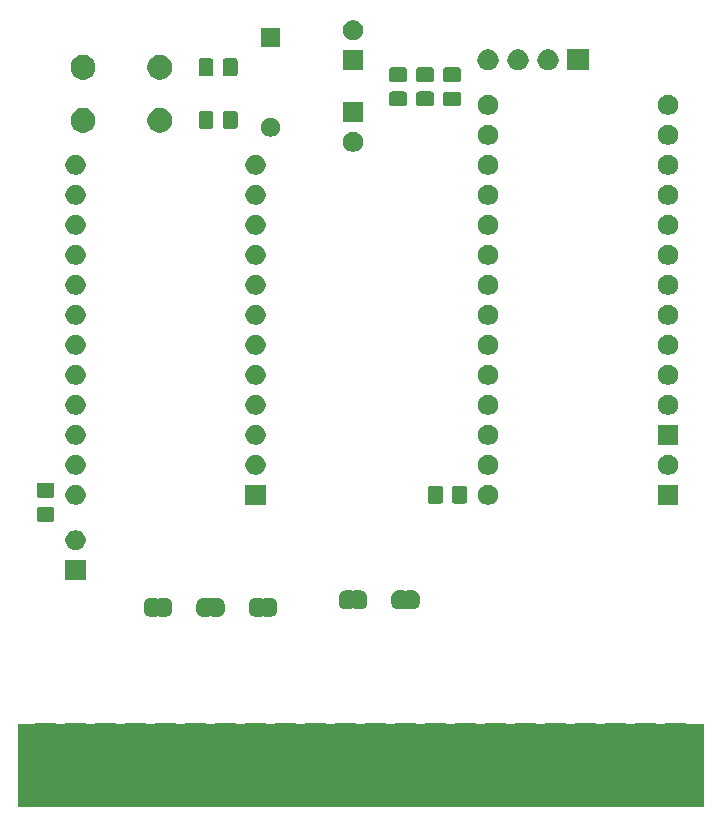
<source format=gbr>
G04 #@! TF.GenerationSoftware,KiCad,Pcbnew,(5.1.5)-3*
G04 #@! TF.CreationDate,2020-10-02T02:33:27-04:00*
G04 #@! TF.ProjectId,commodore-326173-01,636f6d6d-6f64-46f7-9265-2d3332363137,rev?*
G04 #@! TF.SameCoordinates,Original*
G04 #@! TF.FileFunction,Soldermask,Top*
G04 #@! TF.FilePolarity,Negative*
%FSLAX46Y46*%
G04 Gerber Fmt 4.6, Leading zero omitted, Abs format (unit mm)*
G04 Created by KiCad (PCBNEW (5.1.5)-3) date 2020-10-02 02:33:27*
%MOMM*%
%LPD*%
G04 APERTURE LIST*
%ADD10C,0.100000*%
G04 APERTURE END LIST*
D10*
G36*
X113220500Y-141351000D02*
G01*
X113220500Y-148272500D01*
X171259500Y-148272500D01*
X171259500Y-141351000D01*
X113220500Y-141351000D01*
G37*
X113220500Y-141351000D02*
X113220500Y-148272500D01*
X171259500Y-148272500D01*
X171259500Y-141351000D01*
X113220500Y-141351000D01*
G36*
X116496000Y-148331000D02*
G01*
X114644000Y-148331000D01*
X114644000Y-141229000D01*
X116496000Y-141229000D01*
X116496000Y-148331000D01*
G37*
G36*
X152056000Y-148331000D02*
G01*
X150204000Y-148331000D01*
X150204000Y-141229000D01*
X152056000Y-141229000D01*
X152056000Y-148331000D01*
G37*
G36*
X141896000Y-148331000D02*
G01*
X140044000Y-148331000D01*
X140044000Y-141229000D01*
X141896000Y-141229000D01*
X141896000Y-148331000D01*
G37*
G36*
X154596000Y-148331000D02*
G01*
X152744000Y-148331000D01*
X152744000Y-141229000D01*
X154596000Y-141229000D01*
X154596000Y-148331000D01*
G37*
G36*
X162216000Y-148331000D02*
G01*
X160364000Y-148331000D01*
X160364000Y-141229000D01*
X162216000Y-141229000D01*
X162216000Y-148331000D01*
G37*
G36*
X157136000Y-148331000D02*
G01*
X155284000Y-148331000D01*
X155284000Y-141229000D01*
X157136000Y-141229000D01*
X157136000Y-148331000D01*
G37*
G36*
X164756000Y-148331000D02*
G01*
X162904000Y-148331000D01*
X162904000Y-141229000D01*
X164756000Y-141229000D01*
X164756000Y-148331000D01*
G37*
G36*
X159676000Y-148331000D02*
G01*
X157824000Y-148331000D01*
X157824000Y-141229000D01*
X159676000Y-141229000D01*
X159676000Y-148331000D01*
G37*
G36*
X146976000Y-148331000D02*
G01*
X145124000Y-148331000D01*
X145124000Y-141229000D01*
X146976000Y-141229000D01*
X146976000Y-148331000D01*
G37*
G36*
X144436000Y-148331000D02*
G01*
X142584000Y-148331000D01*
X142584000Y-141229000D01*
X144436000Y-141229000D01*
X144436000Y-148331000D01*
G37*
G36*
X149516000Y-148331000D02*
G01*
X147664000Y-148331000D01*
X147664000Y-141229000D01*
X149516000Y-141229000D01*
X149516000Y-148331000D01*
G37*
G36*
X167296000Y-148331000D02*
G01*
X165444000Y-148331000D01*
X165444000Y-141229000D01*
X167296000Y-141229000D01*
X167296000Y-148331000D01*
G37*
G36*
X139356000Y-148331000D02*
G01*
X137504000Y-148331000D01*
X137504000Y-141229000D01*
X139356000Y-141229000D01*
X139356000Y-148331000D01*
G37*
G36*
X136816000Y-148331000D02*
G01*
X134964000Y-148331000D01*
X134964000Y-141229000D01*
X136816000Y-141229000D01*
X136816000Y-148331000D01*
G37*
G36*
X134276000Y-148331000D02*
G01*
X132424000Y-148331000D01*
X132424000Y-141229000D01*
X134276000Y-141229000D01*
X134276000Y-148331000D01*
G37*
G36*
X131736000Y-148331000D02*
G01*
X129884000Y-148331000D01*
X129884000Y-141229000D01*
X131736000Y-141229000D01*
X131736000Y-148331000D01*
G37*
G36*
X129196000Y-148331000D02*
G01*
X127344000Y-148331000D01*
X127344000Y-141229000D01*
X129196000Y-141229000D01*
X129196000Y-148331000D01*
G37*
G36*
X126656000Y-148331000D02*
G01*
X124804000Y-148331000D01*
X124804000Y-141229000D01*
X126656000Y-141229000D01*
X126656000Y-148331000D01*
G37*
G36*
X124116000Y-148331000D02*
G01*
X122264000Y-148331000D01*
X122264000Y-141229000D01*
X124116000Y-141229000D01*
X124116000Y-148331000D01*
G37*
G36*
X121576000Y-148331000D02*
G01*
X119724000Y-148331000D01*
X119724000Y-141229000D01*
X121576000Y-141229000D01*
X121576000Y-148331000D01*
G37*
G36*
X169836000Y-148331000D02*
G01*
X167984000Y-148331000D01*
X167984000Y-141229000D01*
X169836000Y-141229000D01*
X169836000Y-148331000D01*
G37*
G36*
X119036000Y-148331000D02*
G01*
X117184000Y-148331000D01*
X117184000Y-141229000D01*
X119036000Y-141229000D01*
X119036000Y-148331000D01*
G37*
G36*
X124954999Y-130644737D02*
G01*
X124964608Y-130647652D01*
X124973472Y-130652390D01*
X124981237Y-130658763D01*
X124991448Y-130671206D01*
X124998378Y-130681575D01*
X125015705Y-130698902D01*
X125036080Y-130712515D01*
X125058720Y-130721891D01*
X125082753Y-130726671D01*
X125107257Y-130726670D01*
X125131290Y-130721888D01*
X125153929Y-130712510D01*
X125174302Y-130698895D01*
X125191629Y-130681568D01*
X125198558Y-130671198D01*
X125208763Y-130658763D01*
X125216528Y-130652390D01*
X125225392Y-130647652D01*
X125235001Y-130644737D01*
X125251140Y-130643148D01*
X125738861Y-130643148D01*
X125757199Y-130644954D01*
X125769450Y-130645556D01*
X125787869Y-130645556D01*
X125810149Y-130647750D01*
X125894233Y-130664476D01*
X125915660Y-130670976D01*
X125994858Y-130703780D01*
X126000303Y-130706691D01*
X126000309Y-130706693D01*
X126009169Y-130711429D01*
X126009173Y-130711432D01*
X126014614Y-130714340D01*
X126085899Y-130761971D01*
X126103204Y-130776172D01*
X126163828Y-130836796D01*
X126178029Y-130854101D01*
X126225660Y-130925386D01*
X126228568Y-130930827D01*
X126228571Y-130930831D01*
X126233307Y-130939691D01*
X126233309Y-130939697D01*
X126236220Y-130945142D01*
X126269024Y-131024340D01*
X126275524Y-131045767D01*
X126292250Y-131129851D01*
X126294444Y-131152131D01*
X126294444Y-131170550D01*
X126295046Y-131182801D01*
X126296852Y-131201139D01*
X126296852Y-131688862D01*
X126295046Y-131707199D01*
X126294444Y-131719450D01*
X126294444Y-131737869D01*
X126292250Y-131760149D01*
X126275524Y-131844233D01*
X126269024Y-131865660D01*
X126236220Y-131944858D01*
X126233309Y-131950303D01*
X126233307Y-131950309D01*
X126228571Y-131959169D01*
X126228568Y-131959173D01*
X126225660Y-131964614D01*
X126178029Y-132035899D01*
X126163828Y-132053204D01*
X126103204Y-132113828D01*
X126085899Y-132128029D01*
X126014614Y-132175660D01*
X126009173Y-132178568D01*
X126009169Y-132178571D01*
X126000309Y-132183307D01*
X126000303Y-132183309D01*
X125994858Y-132186220D01*
X125915660Y-132219024D01*
X125894233Y-132225524D01*
X125810149Y-132242250D01*
X125787869Y-132244444D01*
X125769450Y-132244444D01*
X125757199Y-132245046D01*
X125738862Y-132246852D01*
X125251140Y-132246852D01*
X125235001Y-132245263D01*
X125225392Y-132242348D01*
X125216528Y-132237610D01*
X125208763Y-132231237D01*
X125198552Y-132218794D01*
X125191622Y-132208425D01*
X125174295Y-132191098D01*
X125153920Y-132177485D01*
X125131280Y-132168109D01*
X125107247Y-132163329D01*
X125082743Y-132163330D01*
X125058710Y-132168112D01*
X125036071Y-132177490D01*
X125015698Y-132191105D01*
X124998371Y-132208432D01*
X124991442Y-132218802D01*
X124981237Y-132231237D01*
X124973472Y-132237610D01*
X124964608Y-132242348D01*
X124954999Y-132245263D01*
X124938860Y-132246852D01*
X124451138Y-132246852D01*
X124432801Y-132245046D01*
X124420550Y-132244444D01*
X124402131Y-132244444D01*
X124379851Y-132242250D01*
X124295767Y-132225524D01*
X124274340Y-132219024D01*
X124195142Y-132186220D01*
X124189697Y-132183309D01*
X124189691Y-132183307D01*
X124180831Y-132178571D01*
X124180827Y-132178568D01*
X124175386Y-132175660D01*
X124104101Y-132128029D01*
X124086796Y-132113828D01*
X124026172Y-132053204D01*
X124011971Y-132035899D01*
X123964340Y-131964614D01*
X123961432Y-131959173D01*
X123961429Y-131959169D01*
X123956693Y-131950309D01*
X123956691Y-131950303D01*
X123953780Y-131944858D01*
X123920976Y-131865660D01*
X123914476Y-131844233D01*
X123897750Y-131760149D01*
X123895556Y-131737869D01*
X123895556Y-131719450D01*
X123894954Y-131707199D01*
X123893148Y-131688862D01*
X123893148Y-131201139D01*
X123894954Y-131182801D01*
X123895556Y-131170550D01*
X123895556Y-131152131D01*
X123897750Y-131129851D01*
X123914476Y-131045767D01*
X123920976Y-131024340D01*
X123953780Y-130945142D01*
X123956691Y-130939697D01*
X123956693Y-130939691D01*
X123961429Y-130930831D01*
X123961432Y-130930827D01*
X123964340Y-130925386D01*
X124011971Y-130854101D01*
X124026172Y-130836796D01*
X124086796Y-130776172D01*
X124104101Y-130761971D01*
X124175386Y-130714340D01*
X124180827Y-130711432D01*
X124180831Y-130711429D01*
X124189691Y-130706693D01*
X124189697Y-130706691D01*
X124195142Y-130703780D01*
X124274340Y-130670976D01*
X124295767Y-130664476D01*
X124379851Y-130647750D01*
X124402131Y-130645556D01*
X124420550Y-130645556D01*
X124432801Y-130644954D01*
X124451139Y-130643148D01*
X124938860Y-130643148D01*
X124954999Y-130644737D01*
G37*
G36*
X133844999Y-130644737D02*
G01*
X133854608Y-130647652D01*
X133863472Y-130652390D01*
X133871237Y-130658763D01*
X133881448Y-130671206D01*
X133888378Y-130681575D01*
X133905705Y-130698902D01*
X133926080Y-130712515D01*
X133948720Y-130721891D01*
X133972753Y-130726671D01*
X133997257Y-130726670D01*
X134021290Y-130721888D01*
X134043929Y-130712510D01*
X134064302Y-130698895D01*
X134081629Y-130681568D01*
X134088558Y-130671198D01*
X134098763Y-130658763D01*
X134106528Y-130652390D01*
X134115392Y-130647652D01*
X134125001Y-130644737D01*
X134141140Y-130643148D01*
X134628861Y-130643148D01*
X134647199Y-130644954D01*
X134659450Y-130645556D01*
X134677869Y-130645556D01*
X134700149Y-130647750D01*
X134784233Y-130664476D01*
X134805660Y-130670976D01*
X134884858Y-130703780D01*
X134890303Y-130706691D01*
X134890309Y-130706693D01*
X134899169Y-130711429D01*
X134899173Y-130711432D01*
X134904614Y-130714340D01*
X134975899Y-130761971D01*
X134993204Y-130776172D01*
X135053828Y-130836796D01*
X135068029Y-130854101D01*
X135115660Y-130925386D01*
X135118568Y-130930827D01*
X135118571Y-130930831D01*
X135123307Y-130939691D01*
X135123309Y-130939697D01*
X135126220Y-130945142D01*
X135159024Y-131024340D01*
X135165524Y-131045767D01*
X135182250Y-131129851D01*
X135184444Y-131152131D01*
X135184444Y-131170550D01*
X135185046Y-131182801D01*
X135186852Y-131201139D01*
X135186852Y-131688862D01*
X135185046Y-131707199D01*
X135184444Y-131719450D01*
X135184444Y-131737869D01*
X135182250Y-131760149D01*
X135165524Y-131844233D01*
X135159024Y-131865660D01*
X135126220Y-131944858D01*
X135123309Y-131950303D01*
X135123307Y-131950309D01*
X135118571Y-131959169D01*
X135118568Y-131959173D01*
X135115660Y-131964614D01*
X135068029Y-132035899D01*
X135053828Y-132053204D01*
X134993204Y-132113828D01*
X134975899Y-132128029D01*
X134904614Y-132175660D01*
X134899173Y-132178568D01*
X134899169Y-132178571D01*
X134890309Y-132183307D01*
X134890303Y-132183309D01*
X134884858Y-132186220D01*
X134805660Y-132219024D01*
X134784233Y-132225524D01*
X134700149Y-132242250D01*
X134677869Y-132244444D01*
X134659450Y-132244444D01*
X134647199Y-132245046D01*
X134628862Y-132246852D01*
X134141140Y-132246852D01*
X134125001Y-132245263D01*
X134115392Y-132242348D01*
X134106528Y-132237610D01*
X134098763Y-132231237D01*
X134088552Y-132218794D01*
X134081622Y-132208425D01*
X134064295Y-132191098D01*
X134043920Y-132177485D01*
X134021280Y-132168109D01*
X133997247Y-132163329D01*
X133972743Y-132163330D01*
X133948710Y-132168112D01*
X133926071Y-132177490D01*
X133905698Y-132191105D01*
X133888371Y-132208432D01*
X133881442Y-132218802D01*
X133871237Y-132231237D01*
X133863472Y-132237610D01*
X133854608Y-132242348D01*
X133844999Y-132245263D01*
X133828860Y-132246852D01*
X133341138Y-132246852D01*
X133322801Y-132245046D01*
X133310550Y-132244444D01*
X133292131Y-132244444D01*
X133269851Y-132242250D01*
X133185767Y-132225524D01*
X133164340Y-132219024D01*
X133085142Y-132186220D01*
X133079697Y-132183309D01*
X133079691Y-132183307D01*
X133070831Y-132178571D01*
X133070827Y-132178568D01*
X133065386Y-132175660D01*
X132994101Y-132128029D01*
X132976796Y-132113828D01*
X132916172Y-132053204D01*
X132901971Y-132035899D01*
X132854340Y-131964614D01*
X132851432Y-131959173D01*
X132851429Y-131959169D01*
X132846693Y-131950309D01*
X132846691Y-131950303D01*
X132843780Y-131944858D01*
X132810976Y-131865660D01*
X132804476Y-131844233D01*
X132787750Y-131760149D01*
X132785556Y-131737869D01*
X132785556Y-131719450D01*
X132784954Y-131707199D01*
X132783148Y-131688862D01*
X132783148Y-131201139D01*
X132784954Y-131182801D01*
X132785556Y-131170550D01*
X132785556Y-131152131D01*
X132787750Y-131129851D01*
X132804476Y-131045767D01*
X132810976Y-131024340D01*
X132843780Y-130945142D01*
X132846691Y-130939697D01*
X132846693Y-130939691D01*
X132851429Y-130930831D01*
X132851432Y-130930827D01*
X132854340Y-130925386D01*
X132901971Y-130854101D01*
X132916172Y-130836796D01*
X132976796Y-130776172D01*
X132994101Y-130761971D01*
X133065386Y-130714340D01*
X133070827Y-130711432D01*
X133070831Y-130711429D01*
X133079691Y-130706693D01*
X133079697Y-130706691D01*
X133085142Y-130703780D01*
X133164340Y-130670976D01*
X133185767Y-130664476D01*
X133269851Y-130647750D01*
X133292131Y-130645556D01*
X133310550Y-130645556D01*
X133322801Y-130644954D01*
X133341139Y-130643148D01*
X133828860Y-130643148D01*
X133844999Y-130644737D01*
G37*
G36*
X129399999Y-130644737D02*
G01*
X129409608Y-130647652D01*
X129418472Y-130652390D01*
X129426237Y-130658763D01*
X129436448Y-130671206D01*
X129443378Y-130681575D01*
X129460705Y-130698902D01*
X129481080Y-130712515D01*
X129503720Y-130721891D01*
X129527753Y-130726671D01*
X129552257Y-130726670D01*
X129576290Y-130721888D01*
X129598929Y-130712510D01*
X129619302Y-130698895D01*
X129636629Y-130681568D01*
X129643558Y-130671198D01*
X129653763Y-130658763D01*
X129661528Y-130652390D01*
X129670392Y-130647652D01*
X129680001Y-130644737D01*
X129696140Y-130643148D01*
X130183861Y-130643148D01*
X130202199Y-130644954D01*
X130214450Y-130645556D01*
X130232869Y-130645556D01*
X130255149Y-130647750D01*
X130339233Y-130664476D01*
X130360660Y-130670976D01*
X130439858Y-130703780D01*
X130445303Y-130706691D01*
X130445309Y-130706693D01*
X130454169Y-130711429D01*
X130454173Y-130711432D01*
X130459614Y-130714340D01*
X130530899Y-130761971D01*
X130548204Y-130776172D01*
X130608828Y-130836796D01*
X130623029Y-130854101D01*
X130670660Y-130925386D01*
X130673568Y-130930827D01*
X130673571Y-130930831D01*
X130678307Y-130939691D01*
X130678309Y-130939697D01*
X130681220Y-130945142D01*
X130714024Y-131024340D01*
X130720524Y-131045767D01*
X130737250Y-131129851D01*
X130739444Y-131152131D01*
X130739444Y-131170550D01*
X130740046Y-131182801D01*
X130741852Y-131201139D01*
X130741852Y-131688862D01*
X130740046Y-131707199D01*
X130739444Y-131719450D01*
X130739444Y-131737869D01*
X130737250Y-131760149D01*
X130720524Y-131844233D01*
X130714024Y-131865660D01*
X130681220Y-131944858D01*
X130678309Y-131950303D01*
X130678307Y-131950309D01*
X130673571Y-131959169D01*
X130673568Y-131959173D01*
X130670660Y-131964614D01*
X130623029Y-132035899D01*
X130608828Y-132053204D01*
X130548204Y-132113828D01*
X130530899Y-132128029D01*
X130459614Y-132175660D01*
X130454173Y-132178568D01*
X130454169Y-132178571D01*
X130445309Y-132183307D01*
X130445303Y-132183309D01*
X130439858Y-132186220D01*
X130360660Y-132219024D01*
X130339233Y-132225524D01*
X130255149Y-132242250D01*
X130232869Y-132244444D01*
X130214450Y-132244444D01*
X130202199Y-132245046D01*
X130183862Y-132246852D01*
X129696140Y-132246852D01*
X129680001Y-132245263D01*
X129670392Y-132242348D01*
X129661528Y-132237610D01*
X129653763Y-132231237D01*
X129643552Y-132218794D01*
X129636622Y-132208425D01*
X129619295Y-132191098D01*
X129598920Y-132177485D01*
X129576280Y-132168109D01*
X129552247Y-132163329D01*
X129527743Y-132163330D01*
X129503710Y-132168112D01*
X129481071Y-132177490D01*
X129460698Y-132191105D01*
X129443371Y-132208432D01*
X129436442Y-132218802D01*
X129426237Y-132231237D01*
X129418472Y-132237610D01*
X129409608Y-132242348D01*
X129399999Y-132245263D01*
X129383860Y-132246852D01*
X128896138Y-132246852D01*
X128877801Y-132245046D01*
X128865550Y-132244444D01*
X128847131Y-132244444D01*
X128824851Y-132242250D01*
X128740767Y-132225524D01*
X128719340Y-132219024D01*
X128640142Y-132186220D01*
X128634697Y-132183309D01*
X128634691Y-132183307D01*
X128625831Y-132178571D01*
X128625827Y-132178568D01*
X128620386Y-132175660D01*
X128549101Y-132128029D01*
X128531796Y-132113828D01*
X128471172Y-132053204D01*
X128456971Y-132035899D01*
X128409340Y-131964614D01*
X128406432Y-131959173D01*
X128406429Y-131959169D01*
X128401693Y-131950309D01*
X128401691Y-131950303D01*
X128398780Y-131944858D01*
X128365976Y-131865660D01*
X128359476Y-131844233D01*
X128342750Y-131760149D01*
X128340556Y-131737869D01*
X128340556Y-131719450D01*
X128339954Y-131707199D01*
X128338148Y-131688862D01*
X128338148Y-131201139D01*
X128339954Y-131182801D01*
X128340556Y-131170550D01*
X128340556Y-131152131D01*
X128342750Y-131129851D01*
X128359476Y-131045767D01*
X128365976Y-131024340D01*
X128398780Y-130945142D01*
X128401691Y-130939697D01*
X128401693Y-130939691D01*
X128406429Y-130930831D01*
X128406432Y-130930827D01*
X128409340Y-130925386D01*
X128456971Y-130854101D01*
X128471172Y-130836796D01*
X128531796Y-130776172D01*
X128549101Y-130761971D01*
X128620386Y-130714340D01*
X128625827Y-130711432D01*
X128625831Y-130711429D01*
X128634691Y-130706693D01*
X128634697Y-130706691D01*
X128640142Y-130703780D01*
X128719340Y-130670976D01*
X128740767Y-130664476D01*
X128824851Y-130647750D01*
X128847131Y-130645556D01*
X128865550Y-130645556D01*
X128877801Y-130644954D01*
X128896139Y-130643148D01*
X129383860Y-130643148D01*
X129399999Y-130644737D01*
G37*
G36*
X141464999Y-130009737D02*
G01*
X141474608Y-130012652D01*
X141483472Y-130017390D01*
X141491237Y-130023763D01*
X141501448Y-130036206D01*
X141508378Y-130046575D01*
X141525705Y-130063902D01*
X141546080Y-130077515D01*
X141568720Y-130086891D01*
X141592753Y-130091671D01*
X141617257Y-130091670D01*
X141641290Y-130086888D01*
X141663929Y-130077510D01*
X141684302Y-130063895D01*
X141701629Y-130046568D01*
X141708558Y-130036198D01*
X141718763Y-130023763D01*
X141726528Y-130017390D01*
X141735392Y-130012652D01*
X141745001Y-130009737D01*
X141761140Y-130008148D01*
X142248861Y-130008148D01*
X142267199Y-130009954D01*
X142279450Y-130010556D01*
X142297869Y-130010556D01*
X142320149Y-130012750D01*
X142404233Y-130029476D01*
X142425660Y-130035976D01*
X142504858Y-130068780D01*
X142510303Y-130071691D01*
X142510309Y-130071693D01*
X142519169Y-130076429D01*
X142519173Y-130076432D01*
X142524614Y-130079340D01*
X142595899Y-130126971D01*
X142613204Y-130141172D01*
X142673828Y-130201796D01*
X142688029Y-130219101D01*
X142735660Y-130290386D01*
X142738568Y-130295827D01*
X142738571Y-130295831D01*
X142743307Y-130304691D01*
X142743309Y-130304697D01*
X142746220Y-130310142D01*
X142779024Y-130389340D01*
X142785524Y-130410767D01*
X142802250Y-130494851D01*
X142804444Y-130517131D01*
X142804444Y-130535550D01*
X142805046Y-130547801D01*
X142806852Y-130566139D01*
X142806852Y-131053862D01*
X142805046Y-131072199D01*
X142804444Y-131084450D01*
X142804444Y-131102869D01*
X142802250Y-131125149D01*
X142785524Y-131209233D01*
X142779024Y-131230660D01*
X142746220Y-131309858D01*
X142743309Y-131315303D01*
X142743307Y-131315309D01*
X142738571Y-131324169D01*
X142738568Y-131324173D01*
X142735660Y-131329614D01*
X142688029Y-131400899D01*
X142673828Y-131418204D01*
X142613204Y-131478828D01*
X142595899Y-131493029D01*
X142524614Y-131540660D01*
X142519173Y-131543568D01*
X142519169Y-131543571D01*
X142510309Y-131548307D01*
X142510303Y-131548309D01*
X142504858Y-131551220D01*
X142425660Y-131584024D01*
X142404233Y-131590524D01*
X142320149Y-131607250D01*
X142297869Y-131609444D01*
X142279450Y-131609444D01*
X142267199Y-131610046D01*
X142248862Y-131611852D01*
X141761140Y-131611852D01*
X141745001Y-131610263D01*
X141735392Y-131607348D01*
X141726528Y-131602610D01*
X141718763Y-131596237D01*
X141708552Y-131583794D01*
X141701622Y-131573425D01*
X141684295Y-131556098D01*
X141663920Y-131542485D01*
X141641280Y-131533109D01*
X141617247Y-131528329D01*
X141592743Y-131528330D01*
X141568710Y-131533112D01*
X141546071Y-131542490D01*
X141525698Y-131556105D01*
X141508371Y-131573432D01*
X141501442Y-131583802D01*
X141491237Y-131596237D01*
X141483472Y-131602610D01*
X141474608Y-131607348D01*
X141464999Y-131610263D01*
X141448860Y-131611852D01*
X140961138Y-131611852D01*
X140942801Y-131610046D01*
X140930550Y-131609444D01*
X140912131Y-131609444D01*
X140889851Y-131607250D01*
X140805767Y-131590524D01*
X140784340Y-131584024D01*
X140705142Y-131551220D01*
X140699697Y-131548309D01*
X140699691Y-131548307D01*
X140690831Y-131543571D01*
X140690827Y-131543568D01*
X140685386Y-131540660D01*
X140614101Y-131493029D01*
X140596796Y-131478828D01*
X140536172Y-131418204D01*
X140521971Y-131400899D01*
X140474340Y-131329614D01*
X140471432Y-131324173D01*
X140471429Y-131324169D01*
X140466693Y-131315309D01*
X140466691Y-131315303D01*
X140463780Y-131309858D01*
X140430976Y-131230660D01*
X140424476Y-131209233D01*
X140407750Y-131125149D01*
X140405556Y-131102869D01*
X140405556Y-131084450D01*
X140404954Y-131072199D01*
X140403148Y-131053862D01*
X140403148Y-130566139D01*
X140404954Y-130547801D01*
X140405556Y-130535550D01*
X140405556Y-130517131D01*
X140407750Y-130494851D01*
X140424476Y-130410767D01*
X140430976Y-130389340D01*
X140463780Y-130310142D01*
X140466691Y-130304697D01*
X140466693Y-130304691D01*
X140471429Y-130295831D01*
X140471432Y-130295827D01*
X140474340Y-130290386D01*
X140521971Y-130219101D01*
X140536172Y-130201796D01*
X140596796Y-130141172D01*
X140614101Y-130126971D01*
X140685386Y-130079340D01*
X140690827Y-130076432D01*
X140690831Y-130076429D01*
X140699691Y-130071693D01*
X140699697Y-130071691D01*
X140705142Y-130068780D01*
X140784340Y-130035976D01*
X140805767Y-130029476D01*
X140889851Y-130012750D01*
X140912131Y-130010556D01*
X140930550Y-130010556D01*
X140942801Y-130009954D01*
X140961139Y-130008148D01*
X141448860Y-130008148D01*
X141464999Y-130009737D01*
G37*
G36*
X145909999Y-130009737D02*
G01*
X145919608Y-130012652D01*
X145928472Y-130017390D01*
X145936237Y-130023763D01*
X145946448Y-130036206D01*
X145953378Y-130046575D01*
X145970705Y-130063902D01*
X145991080Y-130077515D01*
X146013720Y-130086891D01*
X146037753Y-130091671D01*
X146062257Y-130091670D01*
X146086290Y-130086888D01*
X146108929Y-130077510D01*
X146129302Y-130063895D01*
X146146629Y-130046568D01*
X146153558Y-130036198D01*
X146163763Y-130023763D01*
X146171528Y-130017390D01*
X146180392Y-130012652D01*
X146190001Y-130009737D01*
X146206140Y-130008148D01*
X146693861Y-130008148D01*
X146712199Y-130009954D01*
X146724450Y-130010556D01*
X146742869Y-130010556D01*
X146765149Y-130012750D01*
X146849233Y-130029476D01*
X146870660Y-130035976D01*
X146949858Y-130068780D01*
X146955303Y-130071691D01*
X146955309Y-130071693D01*
X146964169Y-130076429D01*
X146964173Y-130076432D01*
X146969614Y-130079340D01*
X147040899Y-130126971D01*
X147058204Y-130141172D01*
X147118828Y-130201796D01*
X147133029Y-130219101D01*
X147180660Y-130290386D01*
X147183568Y-130295827D01*
X147183571Y-130295831D01*
X147188307Y-130304691D01*
X147188309Y-130304697D01*
X147191220Y-130310142D01*
X147224024Y-130389340D01*
X147230524Y-130410767D01*
X147247250Y-130494851D01*
X147249444Y-130517131D01*
X147249444Y-130535550D01*
X147250046Y-130547801D01*
X147251852Y-130566139D01*
X147251852Y-131053862D01*
X147250046Y-131072199D01*
X147249444Y-131084450D01*
X147249444Y-131102869D01*
X147247250Y-131125149D01*
X147230524Y-131209233D01*
X147224024Y-131230660D01*
X147191220Y-131309858D01*
X147188309Y-131315303D01*
X147188307Y-131315309D01*
X147183571Y-131324169D01*
X147183568Y-131324173D01*
X147180660Y-131329614D01*
X147133029Y-131400899D01*
X147118828Y-131418204D01*
X147058204Y-131478828D01*
X147040899Y-131493029D01*
X146969614Y-131540660D01*
X146964173Y-131543568D01*
X146964169Y-131543571D01*
X146955309Y-131548307D01*
X146955303Y-131548309D01*
X146949858Y-131551220D01*
X146870660Y-131584024D01*
X146849233Y-131590524D01*
X146765149Y-131607250D01*
X146742869Y-131609444D01*
X146724450Y-131609444D01*
X146712199Y-131610046D01*
X146693862Y-131611852D01*
X146206140Y-131611852D01*
X146190001Y-131610263D01*
X146180392Y-131607348D01*
X146171528Y-131602610D01*
X146163763Y-131596237D01*
X146153552Y-131583794D01*
X146146622Y-131573425D01*
X146129295Y-131556098D01*
X146108920Y-131542485D01*
X146086280Y-131533109D01*
X146062247Y-131528329D01*
X146037743Y-131528330D01*
X146013710Y-131533112D01*
X145991071Y-131542490D01*
X145970698Y-131556105D01*
X145953371Y-131573432D01*
X145946442Y-131583802D01*
X145936237Y-131596237D01*
X145928472Y-131602610D01*
X145919608Y-131607348D01*
X145909999Y-131610263D01*
X145893860Y-131611852D01*
X145406138Y-131611852D01*
X145387801Y-131610046D01*
X145375550Y-131609444D01*
X145357131Y-131609444D01*
X145334851Y-131607250D01*
X145250767Y-131590524D01*
X145229340Y-131584024D01*
X145150142Y-131551220D01*
X145144697Y-131548309D01*
X145144691Y-131548307D01*
X145135831Y-131543571D01*
X145135827Y-131543568D01*
X145130386Y-131540660D01*
X145059101Y-131493029D01*
X145041796Y-131478828D01*
X144981172Y-131418204D01*
X144966971Y-131400899D01*
X144919340Y-131329614D01*
X144916432Y-131324173D01*
X144916429Y-131324169D01*
X144911693Y-131315309D01*
X144911691Y-131315303D01*
X144908780Y-131309858D01*
X144875976Y-131230660D01*
X144869476Y-131209233D01*
X144852750Y-131125149D01*
X144850556Y-131102869D01*
X144850556Y-131084450D01*
X144849954Y-131072199D01*
X144848148Y-131053862D01*
X144848148Y-130566139D01*
X144849954Y-130547801D01*
X144850556Y-130535550D01*
X144850556Y-130517131D01*
X144852750Y-130494851D01*
X144869476Y-130410767D01*
X144875976Y-130389340D01*
X144908780Y-130310142D01*
X144911691Y-130304697D01*
X144911693Y-130304691D01*
X144916429Y-130295831D01*
X144916432Y-130295827D01*
X144919340Y-130290386D01*
X144966971Y-130219101D01*
X144981172Y-130201796D01*
X145041796Y-130141172D01*
X145059101Y-130126971D01*
X145130386Y-130079340D01*
X145135827Y-130076432D01*
X145135831Y-130076429D01*
X145144691Y-130071693D01*
X145144697Y-130071691D01*
X145150142Y-130068780D01*
X145229340Y-130035976D01*
X145250767Y-130029476D01*
X145334851Y-130012750D01*
X145357131Y-130010556D01*
X145375550Y-130010556D01*
X145387801Y-130009954D01*
X145406139Y-130008148D01*
X145893860Y-130008148D01*
X145909999Y-130009737D01*
G37*
G36*
X118961000Y-129121000D02*
G01*
X117259000Y-129121000D01*
X117259000Y-127419000D01*
X118961000Y-127419000D01*
X118961000Y-129121000D01*
G37*
G36*
X118358228Y-124951703D02*
G01*
X118513100Y-125015853D01*
X118652481Y-125108985D01*
X118771015Y-125227519D01*
X118864147Y-125366900D01*
X118928297Y-125521772D01*
X118961000Y-125686184D01*
X118961000Y-125853816D01*
X118928297Y-126018228D01*
X118864147Y-126173100D01*
X118771015Y-126312481D01*
X118652481Y-126431015D01*
X118513100Y-126524147D01*
X118358228Y-126588297D01*
X118193816Y-126621000D01*
X118026184Y-126621000D01*
X117861772Y-126588297D01*
X117706900Y-126524147D01*
X117567519Y-126431015D01*
X117448985Y-126312481D01*
X117355853Y-126173100D01*
X117291703Y-126018228D01*
X117259000Y-125853816D01*
X117259000Y-125686184D01*
X117291703Y-125521772D01*
X117355853Y-125366900D01*
X117448985Y-125227519D01*
X117567519Y-125108985D01*
X117706900Y-125015853D01*
X117861772Y-124951703D01*
X118026184Y-124919000D01*
X118193816Y-124919000D01*
X118358228Y-124951703D01*
G37*
G36*
X116158674Y-122958465D02*
G01*
X116196367Y-122969899D01*
X116231103Y-122988466D01*
X116261548Y-123013452D01*
X116286534Y-123043897D01*
X116305101Y-123078633D01*
X116316535Y-123116326D01*
X116321000Y-123161661D01*
X116321000Y-123998339D01*
X116316535Y-124043674D01*
X116305101Y-124081367D01*
X116286534Y-124116103D01*
X116261548Y-124146548D01*
X116231103Y-124171534D01*
X116196367Y-124190101D01*
X116158674Y-124201535D01*
X116113339Y-124206000D01*
X115026661Y-124206000D01*
X114981326Y-124201535D01*
X114943633Y-124190101D01*
X114908897Y-124171534D01*
X114878452Y-124146548D01*
X114853466Y-124116103D01*
X114834899Y-124081367D01*
X114823465Y-124043674D01*
X114819000Y-123998339D01*
X114819000Y-123161661D01*
X114823465Y-123116326D01*
X114834899Y-123078633D01*
X114853466Y-123043897D01*
X114878452Y-123013452D01*
X114908897Y-122988466D01*
X114943633Y-122969899D01*
X114981326Y-122958465D01*
X115026661Y-122954000D01*
X116113339Y-122954000D01*
X116158674Y-122958465D01*
G37*
G36*
X153283228Y-121101703D02*
G01*
X153438100Y-121165853D01*
X153577481Y-121258985D01*
X153696015Y-121377519D01*
X153789147Y-121516900D01*
X153853297Y-121671772D01*
X153886000Y-121836184D01*
X153886000Y-122003816D01*
X153853297Y-122168228D01*
X153789147Y-122323100D01*
X153696015Y-122462481D01*
X153577481Y-122581015D01*
X153438100Y-122674147D01*
X153283228Y-122738297D01*
X153118816Y-122771000D01*
X152951184Y-122771000D01*
X152786772Y-122738297D01*
X152631900Y-122674147D01*
X152492519Y-122581015D01*
X152373985Y-122462481D01*
X152280853Y-122323100D01*
X152216703Y-122168228D01*
X152184000Y-122003816D01*
X152184000Y-121836184D01*
X152216703Y-121671772D01*
X152280853Y-121516900D01*
X152373985Y-121377519D01*
X152492519Y-121258985D01*
X152631900Y-121165853D01*
X152786772Y-121101703D01*
X152951184Y-121069000D01*
X153118816Y-121069000D01*
X153283228Y-121101703D01*
G37*
G36*
X118358228Y-121101703D02*
G01*
X118513100Y-121165853D01*
X118652481Y-121258985D01*
X118771015Y-121377519D01*
X118864147Y-121516900D01*
X118928297Y-121671772D01*
X118961000Y-121836184D01*
X118961000Y-122003816D01*
X118928297Y-122168228D01*
X118864147Y-122323100D01*
X118771015Y-122462481D01*
X118652481Y-122581015D01*
X118513100Y-122674147D01*
X118358228Y-122738297D01*
X118193816Y-122771000D01*
X118026184Y-122771000D01*
X117861772Y-122738297D01*
X117706900Y-122674147D01*
X117567519Y-122581015D01*
X117448985Y-122462481D01*
X117355853Y-122323100D01*
X117291703Y-122168228D01*
X117259000Y-122003816D01*
X117259000Y-121836184D01*
X117291703Y-121671772D01*
X117355853Y-121516900D01*
X117448985Y-121377519D01*
X117567519Y-121258985D01*
X117706900Y-121165853D01*
X117861772Y-121101703D01*
X118026184Y-121069000D01*
X118193816Y-121069000D01*
X118358228Y-121101703D01*
G37*
G36*
X134201000Y-122771000D02*
G01*
X132499000Y-122771000D01*
X132499000Y-121069000D01*
X134201000Y-121069000D01*
X134201000Y-122771000D01*
G37*
G36*
X169126000Y-122771000D02*
G01*
X167424000Y-122771000D01*
X167424000Y-121069000D01*
X169126000Y-121069000D01*
X169126000Y-122771000D01*
G37*
G36*
X149035674Y-121173465D02*
G01*
X149073367Y-121184899D01*
X149108103Y-121203466D01*
X149138548Y-121228452D01*
X149163534Y-121258897D01*
X149182101Y-121293633D01*
X149193535Y-121331326D01*
X149198000Y-121376661D01*
X149198000Y-122463339D01*
X149193535Y-122508674D01*
X149182101Y-122546367D01*
X149163534Y-122581103D01*
X149138548Y-122611548D01*
X149108103Y-122636534D01*
X149073367Y-122655101D01*
X149035674Y-122666535D01*
X148990339Y-122671000D01*
X148153661Y-122671000D01*
X148108326Y-122666535D01*
X148070633Y-122655101D01*
X148035897Y-122636534D01*
X148005452Y-122611548D01*
X147980466Y-122581103D01*
X147961899Y-122546367D01*
X147950465Y-122508674D01*
X147946000Y-122463339D01*
X147946000Y-121376661D01*
X147950465Y-121331326D01*
X147961899Y-121293633D01*
X147980466Y-121258897D01*
X148005452Y-121228452D01*
X148035897Y-121203466D01*
X148070633Y-121184899D01*
X148108326Y-121173465D01*
X148153661Y-121169000D01*
X148990339Y-121169000D01*
X149035674Y-121173465D01*
G37*
G36*
X151085674Y-121173465D02*
G01*
X151123367Y-121184899D01*
X151158103Y-121203466D01*
X151188548Y-121228452D01*
X151213534Y-121258897D01*
X151232101Y-121293633D01*
X151243535Y-121331326D01*
X151248000Y-121376661D01*
X151248000Y-122463339D01*
X151243535Y-122508674D01*
X151232101Y-122546367D01*
X151213534Y-122581103D01*
X151188548Y-122611548D01*
X151158103Y-122636534D01*
X151123367Y-122655101D01*
X151085674Y-122666535D01*
X151040339Y-122671000D01*
X150203661Y-122671000D01*
X150158326Y-122666535D01*
X150120633Y-122655101D01*
X150085897Y-122636534D01*
X150055452Y-122611548D01*
X150030466Y-122581103D01*
X150011899Y-122546367D01*
X150000465Y-122508674D01*
X149996000Y-122463339D01*
X149996000Y-121376661D01*
X150000465Y-121331326D01*
X150011899Y-121293633D01*
X150030466Y-121258897D01*
X150055452Y-121228452D01*
X150085897Y-121203466D01*
X150120633Y-121184899D01*
X150158326Y-121173465D01*
X150203661Y-121169000D01*
X151040339Y-121169000D01*
X151085674Y-121173465D01*
G37*
G36*
X116158674Y-120908465D02*
G01*
X116196367Y-120919899D01*
X116231103Y-120938466D01*
X116261548Y-120963452D01*
X116286534Y-120993897D01*
X116305101Y-121028633D01*
X116316535Y-121066326D01*
X116321000Y-121111661D01*
X116321000Y-121948339D01*
X116316535Y-121993674D01*
X116305101Y-122031367D01*
X116286534Y-122066103D01*
X116261548Y-122096548D01*
X116231103Y-122121534D01*
X116196367Y-122140101D01*
X116158674Y-122151535D01*
X116113339Y-122156000D01*
X115026661Y-122156000D01*
X114981326Y-122151535D01*
X114943633Y-122140101D01*
X114908897Y-122121534D01*
X114878452Y-122096548D01*
X114853466Y-122066103D01*
X114834899Y-122031367D01*
X114823465Y-121993674D01*
X114819000Y-121948339D01*
X114819000Y-121111661D01*
X114823465Y-121066326D01*
X114834899Y-121028633D01*
X114853466Y-120993897D01*
X114878452Y-120963452D01*
X114908897Y-120938466D01*
X114943633Y-120919899D01*
X114981326Y-120908465D01*
X115026661Y-120904000D01*
X116113339Y-120904000D01*
X116158674Y-120908465D01*
G37*
G36*
X133598228Y-118561703D02*
G01*
X133753100Y-118625853D01*
X133892481Y-118718985D01*
X134011015Y-118837519D01*
X134104147Y-118976900D01*
X134168297Y-119131772D01*
X134201000Y-119296184D01*
X134201000Y-119463816D01*
X134168297Y-119628228D01*
X134104147Y-119783100D01*
X134011015Y-119922481D01*
X133892481Y-120041015D01*
X133753100Y-120134147D01*
X133598228Y-120198297D01*
X133433816Y-120231000D01*
X133266184Y-120231000D01*
X133101772Y-120198297D01*
X132946900Y-120134147D01*
X132807519Y-120041015D01*
X132688985Y-119922481D01*
X132595853Y-119783100D01*
X132531703Y-119628228D01*
X132499000Y-119463816D01*
X132499000Y-119296184D01*
X132531703Y-119131772D01*
X132595853Y-118976900D01*
X132688985Y-118837519D01*
X132807519Y-118718985D01*
X132946900Y-118625853D01*
X133101772Y-118561703D01*
X133266184Y-118529000D01*
X133433816Y-118529000D01*
X133598228Y-118561703D01*
G37*
G36*
X168523228Y-118561703D02*
G01*
X168678100Y-118625853D01*
X168817481Y-118718985D01*
X168936015Y-118837519D01*
X169029147Y-118976900D01*
X169093297Y-119131772D01*
X169126000Y-119296184D01*
X169126000Y-119463816D01*
X169093297Y-119628228D01*
X169029147Y-119783100D01*
X168936015Y-119922481D01*
X168817481Y-120041015D01*
X168678100Y-120134147D01*
X168523228Y-120198297D01*
X168358816Y-120231000D01*
X168191184Y-120231000D01*
X168026772Y-120198297D01*
X167871900Y-120134147D01*
X167732519Y-120041015D01*
X167613985Y-119922481D01*
X167520853Y-119783100D01*
X167456703Y-119628228D01*
X167424000Y-119463816D01*
X167424000Y-119296184D01*
X167456703Y-119131772D01*
X167520853Y-118976900D01*
X167613985Y-118837519D01*
X167732519Y-118718985D01*
X167871900Y-118625853D01*
X168026772Y-118561703D01*
X168191184Y-118529000D01*
X168358816Y-118529000D01*
X168523228Y-118561703D01*
G37*
G36*
X153283228Y-118561703D02*
G01*
X153438100Y-118625853D01*
X153577481Y-118718985D01*
X153696015Y-118837519D01*
X153789147Y-118976900D01*
X153853297Y-119131772D01*
X153886000Y-119296184D01*
X153886000Y-119463816D01*
X153853297Y-119628228D01*
X153789147Y-119783100D01*
X153696015Y-119922481D01*
X153577481Y-120041015D01*
X153438100Y-120134147D01*
X153283228Y-120198297D01*
X153118816Y-120231000D01*
X152951184Y-120231000D01*
X152786772Y-120198297D01*
X152631900Y-120134147D01*
X152492519Y-120041015D01*
X152373985Y-119922481D01*
X152280853Y-119783100D01*
X152216703Y-119628228D01*
X152184000Y-119463816D01*
X152184000Y-119296184D01*
X152216703Y-119131772D01*
X152280853Y-118976900D01*
X152373985Y-118837519D01*
X152492519Y-118718985D01*
X152631900Y-118625853D01*
X152786772Y-118561703D01*
X152951184Y-118529000D01*
X153118816Y-118529000D01*
X153283228Y-118561703D01*
G37*
G36*
X118358228Y-118561703D02*
G01*
X118513100Y-118625853D01*
X118652481Y-118718985D01*
X118771015Y-118837519D01*
X118864147Y-118976900D01*
X118928297Y-119131772D01*
X118961000Y-119296184D01*
X118961000Y-119463816D01*
X118928297Y-119628228D01*
X118864147Y-119783100D01*
X118771015Y-119922481D01*
X118652481Y-120041015D01*
X118513100Y-120134147D01*
X118358228Y-120198297D01*
X118193816Y-120231000D01*
X118026184Y-120231000D01*
X117861772Y-120198297D01*
X117706900Y-120134147D01*
X117567519Y-120041015D01*
X117448985Y-119922481D01*
X117355853Y-119783100D01*
X117291703Y-119628228D01*
X117259000Y-119463816D01*
X117259000Y-119296184D01*
X117291703Y-119131772D01*
X117355853Y-118976900D01*
X117448985Y-118837519D01*
X117567519Y-118718985D01*
X117706900Y-118625853D01*
X117861772Y-118561703D01*
X118026184Y-118529000D01*
X118193816Y-118529000D01*
X118358228Y-118561703D01*
G37*
G36*
X169126000Y-117691000D02*
G01*
X167424000Y-117691000D01*
X167424000Y-115989000D01*
X169126000Y-115989000D01*
X169126000Y-117691000D01*
G37*
G36*
X153283228Y-116021703D02*
G01*
X153438100Y-116085853D01*
X153577481Y-116178985D01*
X153696015Y-116297519D01*
X153789147Y-116436900D01*
X153853297Y-116591772D01*
X153886000Y-116756184D01*
X153886000Y-116923816D01*
X153853297Y-117088228D01*
X153789147Y-117243100D01*
X153696015Y-117382481D01*
X153577481Y-117501015D01*
X153438100Y-117594147D01*
X153283228Y-117658297D01*
X153118816Y-117691000D01*
X152951184Y-117691000D01*
X152786772Y-117658297D01*
X152631900Y-117594147D01*
X152492519Y-117501015D01*
X152373985Y-117382481D01*
X152280853Y-117243100D01*
X152216703Y-117088228D01*
X152184000Y-116923816D01*
X152184000Y-116756184D01*
X152216703Y-116591772D01*
X152280853Y-116436900D01*
X152373985Y-116297519D01*
X152492519Y-116178985D01*
X152631900Y-116085853D01*
X152786772Y-116021703D01*
X152951184Y-115989000D01*
X153118816Y-115989000D01*
X153283228Y-116021703D01*
G37*
G36*
X118358228Y-116021703D02*
G01*
X118513100Y-116085853D01*
X118652481Y-116178985D01*
X118771015Y-116297519D01*
X118864147Y-116436900D01*
X118928297Y-116591772D01*
X118961000Y-116756184D01*
X118961000Y-116923816D01*
X118928297Y-117088228D01*
X118864147Y-117243100D01*
X118771015Y-117382481D01*
X118652481Y-117501015D01*
X118513100Y-117594147D01*
X118358228Y-117658297D01*
X118193816Y-117691000D01*
X118026184Y-117691000D01*
X117861772Y-117658297D01*
X117706900Y-117594147D01*
X117567519Y-117501015D01*
X117448985Y-117382481D01*
X117355853Y-117243100D01*
X117291703Y-117088228D01*
X117259000Y-116923816D01*
X117259000Y-116756184D01*
X117291703Y-116591772D01*
X117355853Y-116436900D01*
X117448985Y-116297519D01*
X117567519Y-116178985D01*
X117706900Y-116085853D01*
X117861772Y-116021703D01*
X118026184Y-115989000D01*
X118193816Y-115989000D01*
X118358228Y-116021703D01*
G37*
G36*
X133598228Y-116021703D02*
G01*
X133753100Y-116085853D01*
X133892481Y-116178985D01*
X134011015Y-116297519D01*
X134104147Y-116436900D01*
X134168297Y-116591772D01*
X134201000Y-116756184D01*
X134201000Y-116923816D01*
X134168297Y-117088228D01*
X134104147Y-117243100D01*
X134011015Y-117382481D01*
X133892481Y-117501015D01*
X133753100Y-117594147D01*
X133598228Y-117658297D01*
X133433816Y-117691000D01*
X133266184Y-117691000D01*
X133101772Y-117658297D01*
X132946900Y-117594147D01*
X132807519Y-117501015D01*
X132688985Y-117382481D01*
X132595853Y-117243100D01*
X132531703Y-117088228D01*
X132499000Y-116923816D01*
X132499000Y-116756184D01*
X132531703Y-116591772D01*
X132595853Y-116436900D01*
X132688985Y-116297519D01*
X132807519Y-116178985D01*
X132946900Y-116085853D01*
X133101772Y-116021703D01*
X133266184Y-115989000D01*
X133433816Y-115989000D01*
X133598228Y-116021703D01*
G37*
G36*
X168523228Y-113481703D02*
G01*
X168678100Y-113545853D01*
X168817481Y-113638985D01*
X168936015Y-113757519D01*
X169029147Y-113896900D01*
X169093297Y-114051772D01*
X169126000Y-114216184D01*
X169126000Y-114383816D01*
X169093297Y-114548228D01*
X169029147Y-114703100D01*
X168936015Y-114842481D01*
X168817481Y-114961015D01*
X168678100Y-115054147D01*
X168523228Y-115118297D01*
X168358816Y-115151000D01*
X168191184Y-115151000D01*
X168026772Y-115118297D01*
X167871900Y-115054147D01*
X167732519Y-114961015D01*
X167613985Y-114842481D01*
X167520853Y-114703100D01*
X167456703Y-114548228D01*
X167424000Y-114383816D01*
X167424000Y-114216184D01*
X167456703Y-114051772D01*
X167520853Y-113896900D01*
X167613985Y-113757519D01*
X167732519Y-113638985D01*
X167871900Y-113545853D01*
X168026772Y-113481703D01*
X168191184Y-113449000D01*
X168358816Y-113449000D01*
X168523228Y-113481703D01*
G37*
G36*
X153283228Y-113481703D02*
G01*
X153438100Y-113545853D01*
X153577481Y-113638985D01*
X153696015Y-113757519D01*
X153789147Y-113896900D01*
X153853297Y-114051772D01*
X153886000Y-114216184D01*
X153886000Y-114383816D01*
X153853297Y-114548228D01*
X153789147Y-114703100D01*
X153696015Y-114842481D01*
X153577481Y-114961015D01*
X153438100Y-115054147D01*
X153283228Y-115118297D01*
X153118816Y-115151000D01*
X152951184Y-115151000D01*
X152786772Y-115118297D01*
X152631900Y-115054147D01*
X152492519Y-114961015D01*
X152373985Y-114842481D01*
X152280853Y-114703100D01*
X152216703Y-114548228D01*
X152184000Y-114383816D01*
X152184000Y-114216184D01*
X152216703Y-114051772D01*
X152280853Y-113896900D01*
X152373985Y-113757519D01*
X152492519Y-113638985D01*
X152631900Y-113545853D01*
X152786772Y-113481703D01*
X152951184Y-113449000D01*
X153118816Y-113449000D01*
X153283228Y-113481703D01*
G37*
G36*
X133598228Y-113481703D02*
G01*
X133753100Y-113545853D01*
X133892481Y-113638985D01*
X134011015Y-113757519D01*
X134104147Y-113896900D01*
X134168297Y-114051772D01*
X134201000Y-114216184D01*
X134201000Y-114383816D01*
X134168297Y-114548228D01*
X134104147Y-114703100D01*
X134011015Y-114842481D01*
X133892481Y-114961015D01*
X133753100Y-115054147D01*
X133598228Y-115118297D01*
X133433816Y-115151000D01*
X133266184Y-115151000D01*
X133101772Y-115118297D01*
X132946900Y-115054147D01*
X132807519Y-114961015D01*
X132688985Y-114842481D01*
X132595853Y-114703100D01*
X132531703Y-114548228D01*
X132499000Y-114383816D01*
X132499000Y-114216184D01*
X132531703Y-114051772D01*
X132595853Y-113896900D01*
X132688985Y-113757519D01*
X132807519Y-113638985D01*
X132946900Y-113545853D01*
X133101772Y-113481703D01*
X133266184Y-113449000D01*
X133433816Y-113449000D01*
X133598228Y-113481703D01*
G37*
G36*
X118358228Y-113481703D02*
G01*
X118513100Y-113545853D01*
X118652481Y-113638985D01*
X118771015Y-113757519D01*
X118864147Y-113896900D01*
X118928297Y-114051772D01*
X118961000Y-114216184D01*
X118961000Y-114383816D01*
X118928297Y-114548228D01*
X118864147Y-114703100D01*
X118771015Y-114842481D01*
X118652481Y-114961015D01*
X118513100Y-115054147D01*
X118358228Y-115118297D01*
X118193816Y-115151000D01*
X118026184Y-115151000D01*
X117861772Y-115118297D01*
X117706900Y-115054147D01*
X117567519Y-114961015D01*
X117448985Y-114842481D01*
X117355853Y-114703100D01*
X117291703Y-114548228D01*
X117259000Y-114383816D01*
X117259000Y-114216184D01*
X117291703Y-114051772D01*
X117355853Y-113896900D01*
X117448985Y-113757519D01*
X117567519Y-113638985D01*
X117706900Y-113545853D01*
X117861772Y-113481703D01*
X118026184Y-113449000D01*
X118193816Y-113449000D01*
X118358228Y-113481703D01*
G37*
G36*
X133598228Y-110941703D02*
G01*
X133753100Y-111005853D01*
X133892481Y-111098985D01*
X134011015Y-111217519D01*
X134104147Y-111356900D01*
X134168297Y-111511772D01*
X134201000Y-111676184D01*
X134201000Y-111843816D01*
X134168297Y-112008228D01*
X134104147Y-112163100D01*
X134011015Y-112302481D01*
X133892481Y-112421015D01*
X133753100Y-112514147D01*
X133598228Y-112578297D01*
X133433816Y-112611000D01*
X133266184Y-112611000D01*
X133101772Y-112578297D01*
X132946900Y-112514147D01*
X132807519Y-112421015D01*
X132688985Y-112302481D01*
X132595853Y-112163100D01*
X132531703Y-112008228D01*
X132499000Y-111843816D01*
X132499000Y-111676184D01*
X132531703Y-111511772D01*
X132595853Y-111356900D01*
X132688985Y-111217519D01*
X132807519Y-111098985D01*
X132946900Y-111005853D01*
X133101772Y-110941703D01*
X133266184Y-110909000D01*
X133433816Y-110909000D01*
X133598228Y-110941703D01*
G37*
G36*
X118358228Y-110941703D02*
G01*
X118513100Y-111005853D01*
X118652481Y-111098985D01*
X118771015Y-111217519D01*
X118864147Y-111356900D01*
X118928297Y-111511772D01*
X118961000Y-111676184D01*
X118961000Y-111843816D01*
X118928297Y-112008228D01*
X118864147Y-112163100D01*
X118771015Y-112302481D01*
X118652481Y-112421015D01*
X118513100Y-112514147D01*
X118358228Y-112578297D01*
X118193816Y-112611000D01*
X118026184Y-112611000D01*
X117861772Y-112578297D01*
X117706900Y-112514147D01*
X117567519Y-112421015D01*
X117448985Y-112302481D01*
X117355853Y-112163100D01*
X117291703Y-112008228D01*
X117259000Y-111843816D01*
X117259000Y-111676184D01*
X117291703Y-111511772D01*
X117355853Y-111356900D01*
X117448985Y-111217519D01*
X117567519Y-111098985D01*
X117706900Y-111005853D01*
X117861772Y-110941703D01*
X118026184Y-110909000D01*
X118193816Y-110909000D01*
X118358228Y-110941703D01*
G37*
G36*
X168523228Y-110941703D02*
G01*
X168678100Y-111005853D01*
X168817481Y-111098985D01*
X168936015Y-111217519D01*
X169029147Y-111356900D01*
X169093297Y-111511772D01*
X169126000Y-111676184D01*
X169126000Y-111843816D01*
X169093297Y-112008228D01*
X169029147Y-112163100D01*
X168936015Y-112302481D01*
X168817481Y-112421015D01*
X168678100Y-112514147D01*
X168523228Y-112578297D01*
X168358816Y-112611000D01*
X168191184Y-112611000D01*
X168026772Y-112578297D01*
X167871900Y-112514147D01*
X167732519Y-112421015D01*
X167613985Y-112302481D01*
X167520853Y-112163100D01*
X167456703Y-112008228D01*
X167424000Y-111843816D01*
X167424000Y-111676184D01*
X167456703Y-111511772D01*
X167520853Y-111356900D01*
X167613985Y-111217519D01*
X167732519Y-111098985D01*
X167871900Y-111005853D01*
X168026772Y-110941703D01*
X168191184Y-110909000D01*
X168358816Y-110909000D01*
X168523228Y-110941703D01*
G37*
G36*
X153283228Y-110941703D02*
G01*
X153438100Y-111005853D01*
X153577481Y-111098985D01*
X153696015Y-111217519D01*
X153789147Y-111356900D01*
X153853297Y-111511772D01*
X153886000Y-111676184D01*
X153886000Y-111843816D01*
X153853297Y-112008228D01*
X153789147Y-112163100D01*
X153696015Y-112302481D01*
X153577481Y-112421015D01*
X153438100Y-112514147D01*
X153283228Y-112578297D01*
X153118816Y-112611000D01*
X152951184Y-112611000D01*
X152786772Y-112578297D01*
X152631900Y-112514147D01*
X152492519Y-112421015D01*
X152373985Y-112302481D01*
X152280853Y-112163100D01*
X152216703Y-112008228D01*
X152184000Y-111843816D01*
X152184000Y-111676184D01*
X152216703Y-111511772D01*
X152280853Y-111356900D01*
X152373985Y-111217519D01*
X152492519Y-111098985D01*
X152631900Y-111005853D01*
X152786772Y-110941703D01*
X152951184Y-110909000D01*
X153118816Y-110909000D01*
X153283228Y-110941703D01*
G37*
G36*
X153283228Y-108401703D02*
G01*
X153438100Y-108465853D01*
X153577481Y-108558985D01*
X153696015Y-108677519D01*
X153789147Y-108816900D01*
X153853297Y-108971772D01*
X153886000Y-109136184D01*
X153886000Y-109303816D01*
X153853297Y-109468228D01*
X153789147Y-109623100D01*
X153696015Y-109762481D01*
X153577481Y-109881015D01*
X153438100Y-109974147D01*
X153283228Y-110038297D01*
X153118816Y-110071000D01*
X152951184Y-110071000D01*
X152786772Y-110038297D01*
X152631900Y-109974147D01*
X152492519Y-109881015D01*
X152373985Y-109762481D01*
X152280853Y-109623100D01*
X152216703Y-109468228D01*
X152184000Y-109303816D01*
X152184000Y-109136184D01*
X152216703Y-108971772D01*
X152280853Y-108816900D01*
X152373985Y-108677519D01*
X152492519Y-108558985D01*
X152631900Y-108465853D01*
X152786772Y-108401703D01*
X152951184Y-108369000D01*
X153118816Y-108369000D01*
X153283228Y-108401703D01*
G37*
G36*
X168523228Y-108401703D02*
G01*
X168678100Y-108465853D01*
X168817481Y-108558985D01*
X168936015Y-108677519D01*
X169029147Y-108816900D01*
X169093297Y-108971772D01*
X169126000Y-109136184D01*
X169126000Y-109303816D01*
X169093297Y-109468228D01*
X169029147Y-109623100D01*
X168936015Y-109762481D01*
X168817481Y-109881015D01*
X168678100Y-109974147D01*
X168523228Y-110038297D01*
X168358816Y-110071000D01*
X168191184Y-110071000D01*
X168026772Y-110038297D01*
X167871900Y-109974147D01*
X167732519Y-109881015D01*
X167613985Y-109762481D01*
X167520853Y-109623100D01*
X167456703Y-109468228D01*
X167424000Y-109303816D01*
X167424000Y-109136184D01*
X167456703Y-108971772D01*
X167520853Y-108816900D01*
X167613985Y-108677519D01*
X167732519Y-108558985D01*
X167871900Y-108465853D01*
X168026772Y-108401703D01*
X168191184Y-108369000D01*
X168358816Y-108369000D01*
X168523228Y-108401703D01*
G37*
G36*
X118358228Y-108401703D02*
G01*
X118513100Y-108465853D01*
X118652481Y-108558985D01*
X118771015Y-108677519D01*
X118864147Y-108816900D01*
X118928297Y-108971772D01*
X118961000Y-109136184D01*
X118961000Y-109303816D01*
X118928297Y-109468228D01*
X118864147Y-109623100D01*
X118771015Y-109762481D01*
X118652481Y-109881015D01*
X118513100Y-109974147D01*
X118358228Y-110038297D01*
X118193816Y-110071000D01*
X118026184Y-110071000D01*
X117861772Y-110038297D01*
X117706900Y-109974147D01*
X117567519Y-109881015D01*
X117448985Y-109762481D01*
X117355853Y-109623100D01*
X117291703Y-109468228D01*
X117259000Y-109303816D01*
X117259000Y-109136184D01*
X117291703Y-108971772D01*
X117355853Y-108816900D01*
X117448985Y-108677519D01*
X117567519Y-108558985D01*
X117706900Y-108465853D01*
X117861772Y-108401703D01*
X118026184Y-108369000D01*
X118193816Y-108369000D01*
X118358228Y-108401703D01*
G37*
G36*
X133598228Y-108401703D02*
G01*
X133753100Y-108465853D01*
X133892481Y-108558985D01*
X134011015Y-108677519D01*
X134104147Y-108816900D01*
X134168297Y-108971772D01*
X134201000Y-109136184D01*
X134201000Y-109303816D01*
X134168297Y-109468228D01*
X134104147Y-109623100D01*
X134011015Y-109762481D01*
X133892481Y-109881015D01*
X133753100Y-109974147D01*
X133598228Y-110038297D01*
X133433816Y-110071000D01*
X133266184Y-110071000D01*
X133101772Y-110038297D01*
X132946900Y-109974147D01*
X132807519Y-109881015D01*
X132688985Y-109762481D01*
X132595853Y-109623100D01*
X132531703Y-109468228D01*
X132499000Y-109303816D01*
X132499000Y-109136184D01*
X132531703Y-108971772D01*
X132595853Y-108816900D01*
X132688985Y-108677519D01*
X132807519Y-108558985D01*
X132946900Y-108465853D01*
X133101772Y-108401703D01*
X133266184Y-108369000D01*
X133433816Y-108369000D01*
X133598228Y-108401703D01*
G37*
G36*
X153283228Y-105861703D02*
G01*
X153438100Y-105925853D01*
X153577481Y-106018985D01*
X153696015Y-106137519D01*
X153789147Y-106276900D01*
X153853297Y-106431772D01*
X153886000Y-106596184D01*
X153886000Y-106763816D01*
X153853297Y-106928228D01*
X153789147Y-107083100D01*
X153696015Y-107222481D01*
X153577481Y-107341015D01*
X153438100Y-107434147D01*
X153283228Y-107498297D01*
X153118816Y-107531000D01*
X152951184Y-107531000D01*
X152786772Y-107498297D01*
X152631900Y-107434147D01*
X152492519Y-107341015D01*
X152373985Y-107222481D01*
X152280853Y-107083100D01*
X152216703Y-106928228D01*
X152184000Y-106763816D01*
X152184000Y-106596184D01*
X152216703Y-106431772D01*
X152280853Y-106276900D01*
X152373985Y-106137519D01*
X152492519Y-106018985D01*
X152631900Y-105925853D01*
X152786772Y-105861703D01*
X152951184Y-105829000D01*
X153118816Y-105829000D01*
X153283228Y-105861703D01*
G37*
G36*
X118358228Y-105861703D02*
G01*
X118513100Y-105925853D01*
X118652481Y-106018985D01*
X118771015Y-106137519D01*
X118864147Y-106276900D01*
X118928297Y-106431772D01*
X118961000Y-106596184D01*
X118961000Y-106763816D01*
X118928297Y-106928228D01*
X118864147Y-107083100D01*
X118771015Y-107222481D01*
X118652481Y-107341015D01*
X118513100Y-107434147D01*
X118358228Y-107498297D01*
X118193816Y-107531000D01*
X118026184Y-107531000D01*
X117861772Y-107498297D01*
X117706900Y-107434147D01*
X117567519Y-107341015D01*
X117448985Y-107222481D01*
X117355853Y-107083100D01*
X117291703Y-106928228D01*
X117259000Y-106763816D01*
X117259000Y-106596184D01*
X117291703Y-106431772D01*
X117355853Y-106276900D01*
X117448985Y-106137519D01*
X117567519Y-106018985D01*
X117706900Y-105925853D01*
X117861772Y-105861703D01*
X118026184Y-105829000D01*
X118193816Y-105829000D01*
X118358228Y-105861703D01*
G37*
G36*
X133598228Y-105861703D02*
G01*
X133753100Y-105925853D01*
X133892481Y-106018985D01*
X134011015Y-106137519D01*
X134104147Y-106276900D01*
X134168297Y-106431772D01*
X134201000Y-106596184D01*
X134201000Y-106763816D01*
X134168297Y-106928228D01*
X134104147Y-107083100D01*
X134011015Y-107222481D01*
X133892481Y-107341015D01*
X133753100Y-107434147D01*
X133598228Y-107498297D01*
X133433816Y-107531000D01*
X133266184Y-107531000D01*
X133101772Y-107498297D01*
X132946900Y-107434147D01*
X132807519Y-107341015D01*
X132688985Y-107222481D01*
X132595853Y-107083100D01*
X132531703Y-106928228D01*
X132499000Y-106763816D01*
X132499000Y-106596184D01*
X132531703Y-106431772D01*
X132595853Y-106276900D01*
X132688985Y-106137519D01*
X132807519Y-106018985D01*
X132946900Y-105925853D01*
X133101772Y-105861703D01*
X133266184Y-105829000D01*
X133433816Y-105829000D01*
X133598228Y-105861703D01*
G37*
G36*
X168523228Y-105861703D02*
G01*
X168678100Y-105925853D01*
X168817481Y-106018985D01*
X168936015Y-106137519D01*
X169029147Y-106276900D01*
X169093297Y-106431772D01*
X169126000Y-106596184D01*
X169126000Y-106763816D01*
X169093297Y-106928228D01*
X169029147Y-107083100D01*
X168936015Y-107222481D01*
X168817481Y-107341015D01*
X168678100Y-107434147D01*
X168523228Y-107498297D01*
X168358816Y-107531000D01*
X168191184Y-107531000D01*
X168026772Y-107498297D01*
X167871900Y-107434147D01*
X167732519Y-107341015D01*
X167613985Y-107222481D01*
X167520853Y-107083100D01*
X167456703Y-106928228D01*
X167424000Y-106763816D01*
X167424000Y-106596184D01*
X167456703Y-106431772D01*
X167520853Y-106276900D01*
X167613985Y-106137519D01*
X167732519Y-106018985D01*
X167871900Y-105925853D01*
X168026772Y-105861703D01*
X168191184Y-105829000D01*
X168358816Y-105829000D01*
X168523228Y-105861703D01*
G37*
G36*
X168523228Y-103321703D02*
G01*
X168678100Y-103385853D01*
X168817481Y-103478985D01*
X168936015Y-103597519D01*
X169029147Y-103736900D01*
X169093297Y-103891772D01*
X169126000Y-104056184D01*
X169126000Y-104223816D01*
X169093297Y-104388228D01*
X169029147Y-104543100D01*
X168936015Y-104682481D01*
X168817481Y-104801015D01*
X168678100Y-104894147D01*
X168523228Y-104958297D01*
X168358816Y-104991000D01*
X168191184Y-104991000D01*
X168026772Y-104958297D01*
X167871900Y-104894147D01*
X167732519Y-104801015D01*
X167613985Y-104682481D01*
X167520853Y-104543100D01*
X167456703Y-104388228D01*
X167424000Y-104223816D01*
X167424000Y-104056184D01*
X167456703Y-103891772D01*
X167520853Y-103736900D01*
X167613985Y-103597519D01*
X167732519Y-103478985D01*
X167871900Y-103385853D01*
X168026772Y-103321703D01*
X168191184Y-103289000D01*
X168358816Y-103289000D01*
X168523228Y-103321703D01*
G37*
G36*
X153283228Y-103321703D02*
G01*
X153438100Y-103385853D01*
X153577481Y-103478985D01*
X153696015Y-103597519D01*
X153789147Y-103736900D01*
X153853297Y-103891772D01*
X153886000Y-104056184D01*
X153886000Y-104223816D01*
X153853297Y-104388228D01*
X153789147Y-104543100D01*
X153696015Y-104682481D01*
X153577481Y-104801015D01*
X153438100Y-104894147D01*
X153283228Y-104958297D01*
X153118816Y-104991000D01*
X152951184Y-104991000D01*
X152786772Y-104958297D01*
X152631900Y-104894147D01*
X152492519Y-104801015D01*
X152373985Y-104682481D01*
X152280853Y-104543100D01*
X152216703Y-104388228D01*
X152184000Y-104223816D01*
X152184000Y-104056184D01*
X152216703Y-103891772D01*
X152280853Y-103736900D01*
X152373985Y-103597519D01*
X152492519Y-103478985D01*
X152631900Y-103385853D01*
X152786772Y-103321703D01*
X152951184Y-103289000D01*
X153118816Y-103289000D01*
X153283228Y-103321703D01*
G37*
G36*
X133598228Y-103321703D02*
G01*
X133753100Y-103385853D01*
X133892481Y-103478985D01*
X134011015Y-103597519D01*
X134104147Y-103736900D01*
X134168297Y-103891772D01*
X134201000Y-104056184D01*
X134201000Y-104223816D01*
X134168297Y-104388228D01*
X134104147Y-104543100D01*
X134011015Y-104682481D01*
X133892481Y-104801015D01*
X133753100Y-104894147D01*
X133598228Y-104958297D01*
X133433816Y-104991000D01*
X133266184Y-104991000D01*
X133101772Y-104958297D01*
X132946900Y-104894147D01*
X132807519Y-104801015D01*
X132688985Y-104682481D01*
X132595853Y-104543100D01*
X132531703Y-104388228D01*
X132499000Y-104223816D01*
X132499000Y-104056184D01*
X132531703Y-103891772D01*
X132595853Y-103736900D01*
X132688985Y-103597519D01*
X132807519Y-103478985D01*
X132946900Y-103385853D01*
X133101772Y-103321703D01*
X133266184Y-103289000D01*
X133433816Y-103289000D01*
X133598228Y-103321703D01*
G37*
G36*
X118358228Y-103321703D02*
G01*
X118513100Y-103385853D01*
X118652481Y-103478985D01*
X118771015Y-103597519D01*
X118864147Y-103736900D01*
X118928297Y-103891772D01*
X118961000Y-104056184D01*
X118961000Y-104223816D01*
X118928297Y-104388228D01*
X118864147Y-104543100D01*
X118771015Y-104682481D01*
X118652481Y-104801015D01*
X118513100Y-104894147D01*
X118358228Y-104958297D01*
X118193816Y-104991000D01*
X118026184Y-104991000D01*
X117861772Y-104958297D01*
X117706900Y-104894147D01*
X117567519Y-104801015D01*
X117448985Y-104682481D01*
X117355853Y-104543100D01*
X117291703Y-104388228D01*
X117259000Y-104223816D01*
X117259000Y-104056184D01*
X117291703Y-103891772D01*
X117355853Y-103736900D01*
X117448985Y-103597519D01*
X117567519Y-103478985D01*
X117706900Y-103385853D01*
X117861772Y-103321703D01*
X118026184Y-103289000D01*
X118193816Y-103289000D01*
X118358228Y-103321703D01*
G37*
G36*
X168523228Y-100781703D02*
G01*
X168678100Y-100845853D01*
X168817481Y-100938985D01*
X168936015Y-101057519D01*
X169029147Y-101196900D01*
X169093297Y-101351772D01*
X169126000Y-101516184D01*
X169126000Y-101683816D01*
X169093297Y-101848228D01*
X169029147Y-102003100D01*
X168936015Y-102142481D01*
X168817481Y-102261015D01*
X168678100Y-102354147D01*
X168523228Y-102418297D01*
X168358816Y-102451000D01*
X168191184Y-102451000D01*
X168026772Y-102418297D01*
X167871900Y-102354147D01*
X167732519Y-102261015D01*
X167613985Y-102142481D01*
X167520853Y-102003100D01*
X167456703Y-101848228D01*
X167424000Y-101683816D01*
X167424000Y-101516184D01*
X167456703Y-101351772D01*
X167520853Y-101196900D01*
X167613985Y-101057519D01*
X167732519Y-100938985D01*
X167871900Y-100845853D01*
X168026772Y-100781703D01*
X168191184Y-100749000D01*
X168358816Y-100749000D01*
X168523228Y-100781703D01*
G37*
G36*
X118358228Y-100781703D02*
G01*
X118513100Y-100845853D01*
X118652481Y-100938985D01*
X118771015Y-101057519D01*
X118864147Y-101196900D01*
X118928297Y-101351772D01*
X118961000Y-101516184D01*
X118961000Y-101683816D01*
X118928297Y-101848228D01*
X118864147Y-102003100D01*
X118771015Y-102142481D01*
X118652481Y-102261015D01*
X118513100Y-102354147D01*
X118358228Y-102418297D01*
X118193816Y-102451000D01*
X118026184Y-102451000D01*
X117861772Y-102418297D01*
X117706900Y-102354147D01*
X117567519Y-102261015D01*
X117448985Y-102142481D01*
X117355853Y-102003100D01*
X117291703Y-101848228D01*
X117259000Y-101683816D01*
X117259000Y-101516184D01*
X117291703Y-101351772D01*
X117355853Y-101196900D01*
X117448985Y-101057519D01*
X117567519Y-100938985D01*
X117706900Y-100845853D01*
X117861772Y-100781703D01*
X118026184Y-100749000D01*
X118193816Y-100749000D01*
X118358228Y-100781703D01*
G37*
G36*
X133598228Y-100781703D02*
G01*
X133753100Y-100845853D01*
X133892481Y-100938985D01*
X134011015Y-101057519D01*
X134104147Y-101196900D01*
X134168297Y-101351772D01*
X134201000Y-101516184D01*
X134201000Y-101683816D01*
X134168297Y-101848228D01*
X134104147Y-102003100D01*
X134011015Y-102142481D01*
X133892481Y-102261015D01*
X133753100Y-102354147D01*
X133598228Y-102418297D01*
X133433816Y-102451000D01*
X133266184Y-102451000D01*
X133101772Y-102418297D01*
X132946900Y-102354147D01*
X132807519Y-102261015D01*
X132688985Y-102142481D01*
X132595853Y-102003100D01*
X132531703Y-101848228D01*
X132499000Y-101683816D01*
X132499000Y-101516184D01*
X132531703Y-101351772D01*
X132595853Y-101196900D01*
X132688985Y-101057519D01*
X132807519Y-100938985D01*
X132946900Y-100845853D01*
X133101772Y-100781703D01*
X133266184Y-100749000D01*
X133433816Y-100749000D01*
X133598228Y-100781703D01*
G37*
G36*
X153283228Y-100781703D02*
G01*
X153438100Y-100845853D01*
X153577481Y-100938985D01*
X153696015Y-101057519D01*
X153789147Y-101196900D01*
X153853297Y-101351772D01*
X153886000Y-101516184D01*
X153886000Y-101683816D01*
X153853297Y-101848228D01*
X153789147Y-102003100D01*
X153696015Y-102142481D01*
X153577481Y-102261015D01*
X153438100Y-102354147D01*
X153283228Y-102418297D01*
X153118816Y-102451000D01*
X152951184Y-102451000D01*
X152786772Y-102418297D01*
X152631900Y-102354147D01*
X152492519Y-102261015D01*
X152373985Y-102142481D01*
X152280853Y-102003100D01*
X152216703Y-101848228D01*
X152184000Y-101683816D01*
X152184000Y-101516184D01*
X152216703Y-101351772D01*
X152280853Y-101196900D01*
X152373985Y-101057519D01*
X152492519Y-100938985D01*
X152631900Y-100845853D01*
X152786772Y-100781703D01*
X152951184Y-100749000D01*
X153118816Y-100749000D01*
X153283228Y-100781703D01*
G37*
G36*
X153283228Y-98241703D02*
G01*
X153438100Y-98305853D01*
X153577481Y-98398985D01*
X153696015Y-98517519D01*
X153789147Y-98656900D01*
X153853297Y-98811772D01*
X153886000Y-98976184D01*
X153886000Y-99143816D01*
X153853297Y-99308228D01*
X153789147Y-99463100D01*
X153696015Y-99602481D01*
X153577481Y-99721015D01*
X153438100Y-99814147D01*
X153283228Y-99878297D01*
X153118816Y-99911000D01*
X152951184Y-99911000D01*
X152786772Y-99878297D01*
X152631900Y-99814147D01*
X152492519Y-99721015D01*
X152373985Y-99602481D01*
X152280853Y-99463100D01*
X152216703Y-99308228D01*
X152184000Y-99143816D01*
X152184000Y-98976184D01*
X152216703Y-98811772D01*
X152280853Y-98656900D01*
X152373985Y-98517519D01*
X152492519Y-98398985D01*
X152631900Y-98305853D01*
X152786772Y-98241703D01*
X152951184Y-98209000D01*
X153118816Y-98209000D01*
X153283228Y-98241703D01*
G37*
G36*
X133598228Y-98241703D02*
G01*
X133753100Y-98305853D01*
X133892481Y-98398985D01*
X134011015Y-98517519D01*
X134104147Y-98656900D01*
X134168297Y-98811772D01*
X134201000Y-98976184D01*
X134201000Y-99143816D01*
X134168297Y-99308228D01*
X134104147Y-99463100D01*
X134011015Y-99602481D01*
X133892481Y-99721015D01*
X133753100Y-99814147D01*
X133598228Y-99878297D01*
X133433816Y-99911000D01*
X133266184Y-99911000D01*
X133101772Y-99878297D01*
X132946900Y-99814147D01*
X132807519Y-99721015D01*
X132688985Y-99602481D01*
X132595853Y-99463100D01*
X132531703Y-99308228D01*
X132499000Y-99143816D01*
X132499000Y-98976184D01*
X132531703Y-98811772D01*
X132595853Y-98656900D01*
X132688985Y-98517519D01*
X132807519Y-98398985D01*
X132946900Y-98305853D01*
X133101772Y-98241703D01*
X133266184Y-98209000D01*
X133433816Y-98209000D01*
X133598228Y-98241703D01*
G37*
G36*
X118358228Y-98241703D02*
G01*
X118513100Y-98305853D01*
X118652481Y-98398985D01*
X118771015Y-98517519D01*
X118864147Y-98656900D01*
X118928297Y-98811772D01*
X118961000Y-98976184D01*
X118961000Y-99143816D01*
X118928297Y-99308228D01*
X118864147Y-99463100D01*
X118771015Y-99602481D01*
X118652481Y-99721015D01*
X118513100Y-99814147D01*
X118358228Y-99878297D01*
X118193816Y-99911000D01*
X118026184Y-99911000D01*
X117861772Y-99878297D01*
X117706900Y-99814147D01*
X117567519Y-99721015D01*
X117448985Y-99602481D01*
X117355853Y-99463100D01*
X117291703Y-99308228D01*
X117259000Y-99143816D01*
X117259000Y-98976184D01*
X117291703Y-98811772D01*
X117355853Y-98656900D01*
X117448985Y-98517519D01*
X117567519Y-98398985D01*
X117706900Y-98305853D01*
X117861772Y-98241703D01*
X118026184Y-98209000D01*
X118193816Y-98209000D01*
X118358228Y-98241703D01*
G37*
G36*
X168523228Y-98241703D02*
G01*
X168678100Y-98305853D01*
X168817481Y-98398985D01*
X168936015Y-98517519D01*
X169029147Y-98656900D01*
X169093297Y-98811772D01*
X169126000Y-98976184D01*
X169126000Y-99143816D01*
X169093297Y-99308228D01*
X169029147Y-99463100D01*
X168936015Y-99602481D01*
X168817481Y-99721015D01*
X168678100Y-99814147D01*
X168523228Y-99878297D01*
X168358816Y-99911000D01*
X168191184Y-99911000D01*
X168026772Y-99878297D01*
X167871900Y-99814147D01*
X167732519Y-99721015D01*
X167613985Y-99602481D01*
X167520853Y-99463100D01*
X167456703Y-99308228D01*
X167424000Y-99143816D01*
X167424000Y-98976184D01*
X167456703Y-98811772D01*
X167520853Y-98656900D01*
X167613985Y-98517519D01*
X167732519Y-98398985D01*
X167871900Y-98305853D01*
X168026772Y-98241703D01*
X168191184Y-98209000D01*
X168358816Y-98209000D01*
X168523228Y-98241703D01*
G37*
G36*
X168523228Y-95701703D02*
G01*
X168678100Y-95765853D01*
X168817481Y-95858985D01*
X168936015Y-95977519D01*
X169029147Y-96116900D01*
X169093297Y-96271772D01*
X169126000Y-96436184D01*
X169126000Y-96603816D01*
X169093297Y-96768228D01*
X169029147Y-96923100D01*
X168936015Y-97062481D01*
X168817481Y-97181015D01*
X168678100Y-97274147D01*
X168523228Y-97338297D01*
X168358816Y-97371000D01*
X168191184Y-97371000D01*
X168026772Y-97338297D01*
X167871900Y-97274147D01*
X167732519Y-97181015D01*
X167613985Y-97062481D01*
X167520853Y-96923100D01*
X167456703Y-96768228D01*
X167424000Y-96603816D01*
X167424000Y-96436184D01*
X167456703Y-96271772D01*
X167520853Y-96116900D01*
X167613985Y-95977519D01*
X167732519Y-95858985D01*
X167871900Y-95765853D01*
X168026772Y-95701703D01*
X168191184Y-95669000D01*
X168358816Y-95669000D01*
X168523228Y-95701703D01*
G37*
G36*
X153283228Y-95701703D02*
G01*
X153438100Y-95765853D01*
X153577481Y-95858985D01*
X153696015Y-95977519D01*
X153789147Y-96116900D01*
X153853297Y-96271772D01*
X153886000Y-96436184D01*
X153886000Y-96603816D01*
X153853297Y-96768228D01*
X153789147Y-96923100D01*
X153696015Y-97062481D01*
X153577481Y-97181015D01*
X153438100Y-97274147D01*
X153283228Y-97338297D01*
X153118816Y-97371000D01*
X152951184Y-97371000D01*
X152786772Y-97338297D01*
X152631900Y-97274147D01*
X152492519Y-97181015D01*
X152373985Y-97062481D01*
X152280853Y-96923100D01*
X152216703Y-96768228D01*
X152184000Y-96603816D01*
X152184000Y-96436184D01*
X152216703Y-96271772D01*
X152280853Y-96116900D01*
X152373985Y-95977519D01*
X152492519Y-95858985D01*
X152631900Y-95765853D01*
X152786772Y-95701703D01*
X152951184Y-95669000D01*
X153118816Y-95669000D01*
X153283228Y-95701703D01*
G37*
G36*
X133598228Y-95701703D02*
G01*
X133753100Y-95765853D01*
X133892481Y-95858985D01*
X134011015Y-95977519D01*
X134104147Y-96116900D01*
X134168297Y-96271772D01*
X134201000Y-96436184D01*
X134201000Y-96603816D01*
X134168297Y-96768228D01*
X134104147Y-96923100D01*
X134011015Y-97062481D01*
X133892481Y-97181015D01*
X133753100Y-97274147D01*
X133598228Y-97338297D01*
X133433816Y-97371000D01*
X133266184Y-97371000D01*
X133101772Y-97338297D01*
X132946900Y-97274147D01*
X132807519Y-97181015D01*
X132688985Y-97062481D01*
X132595853Y-96923100D01*
X132531703Y-96768228D01*
X132499000Y-96603816D01*
X132499000Y-96436184D01*
X132531703Y-96271772D01*
X132595853Y-96116900D01*
X132688985Y-95977519D01*
X132807519Y-95858985D01*
X132946900Y-95765853D01*
X133101772Y-95701703D01*
X133266184Y-95669000D01*
X133433816Y-95669000D01*
X133598228Y-95701703D01*
G37*
G36*
X118358228Y-95701703D02*
G01*
X118513100Y-95765853D01*
X118652481Y-95858985D01*
X118771015Y-95977519D01*
X118864147Y-96116900D01*
X118928297Y-96271772D01*
X118961000Y-96436184D01*
X118961000Y-96603816D01*
X118928297Y-96768228D01*
X118864147Y-96923100D01*
X118771015Y-97062481D01*
X118652481Y-97181015D01*
X118513100Y-97274147D01*
X118358228Y-97338297D01*
X118193816Y-97371000D01*
X118026184Y-97371000D01*
X117861772Y-97338297D01*
X117706900Y-97274147D01*
X117567519Y-97181015D01*
X117448985Y-97062481D01*
X117355853Y-96923100D01*
X117291703Y-96768228D01*
X117259000Y-96603816D01*
X117259000Y-96436184D01*
X117291703Y-96271772D01*
X117355853Y-96116900D01*
X117448985Y-95977519D01*
X117567519Y-95858985D01*
X117706900Y-95765853D01*
X117861772Y-95701703D01*
X118026184Y-95669000D01*
X118193816Y-95669000D01*
X118358228Y-95701703D01*
G37*
G36*
X118358228Y-93161703D02*
G01*
X118513100Y-93225853D01*
X118652481Y-93318985D01*
X118771015Y-93437519D01*
X118864147Y-93576900D01*
X118928297Y-93731772D01*
X118961000Y-93896184D01*
X118961000Y-94063816D01*
X118928297Y-94228228D01*
X118864147Y-94383100D01*
X118771015Y-94522481D01*
X118652481Y-94641015D01*
X118513100Y-94734147D01*
X118358228Y-94798297D01*
X118193816Y-94831000D01*
X118026184Y-94831000D01*
X117861772Y-94798297D01*
X117706900Y-94734147D01*
X117567519Y-94641015D01*
X117448985Y-94522481D01*
X117355853Y-94383100D01*
X117291703Y-94228228D01*
X117259000Y-94063816D01*
X117259000Y-93896184D01*
X117291703Y-93731772D01*
X117355853Y-93576900D01*
X117448985Y-93437519D01*
X117567519Y-93318985D01*
X117706900Y-93225853D01*
X117861772Y-93161703D01*
X118026184Y-93129000D01*
X118193816Y-93129000D01*
X118358228Y-93161703D01*
G37*
G36*
X133598228Y-93161703D02*
G01*
X133753100Y-93225853D01*
X133892481Y-93318985D01*
X134011015Y-93437519D01*
X134104147Y-93576900D01*
X134168297Y-93731772D01*
X134201000Y-93896184D01*
X134201000Y-94063816D01*
X134168297Y-94228228D01*
X134104147Y-94383100D01*
X134011015Y-94522481D01*
X133892481Y-94641015D01*
X133753100Y-94734147D01*
X133598228Y-94798297D01*
X133433816Y-94831000D01*
X133266184Y-94831000D01*
X133101772Y-94798297D01*
X132946900Y-94734147D01*
X132807519Y-94641015D01*
X132688985Y-94522481D01*
X132595853Y-94383100D01*
X132531703Y-94228228D01*
X132499000Y-94063816D01*
X132499000Y-93896184D01*
X132531703Y-93731772D01*
X132595853Y-93576900D01*
X132688985Y-93437519D01*
X132807519Y-93318985D01*
X132946900Y-93225853D01*
X133101772Y-93161703D01*
X133266184Y-93129000D01*
X133433816Y-93129000D01*
X133598228Y-93161703D01*
G37*
G36*
X168523228Y-93161703D02*
G01*
X168678100Y-93225853D01*
X168817481Y-93318985D01*
X168936015Y-93437519D01*
X169029147Y-93576900D01*
X169093297Y-93731772D01*
X169126000Y-93896184D01*
X169126000Y-94063816D01*
X169093297Y-94228228D01*
X169029147Y-94383100D01*
X168936015Y-94522481D01*
X168817481Y-94641015D01*
X168678100Y-94734147D01*
X168523228Y-94798297D01*
X168358816Y-94831000D01*
X168191184Y-94831000D01*
X168026772Y-94798297D01*
X167871900Y-94734147D01*
X167732519Y-94641015D01*
X167613985Y-94522481D01*
X167520853Y-94383100D01*
X167456703Y-94228228D01*
X167424000Y-94063816D01*
X167424000Y-93896184D01*
X167456703Y-93731772D01*
X167520853Y-93576900D01*
X167613985Y-93437519D01*
X167732519Y-93318985D01*
X167871900Y-93225853D01*
X168026772Y-93161703D01*
X168191184Y-93129000D01*
X168358816Y-93129000D01*
X168523228Y-93161703D01*
G37*
G36*
X153283228Y-93161703D02*
G01*
X153438100Y-93225853D01*
X153577481Y-93318985D01*
X153696015Y-93437519D01*
X153789147Y-93576900D01*
X153853297Y-93731772D01*
X153886000Y-93896184D01*
X153886000Y-94063816D01*
X153853297Y-94228228D01*
X153789147Y-94383100D01*
X153696015Y-94522481D01*
X153577481Y-94641015D01*
X153438100Y-94734147D01*
X153283228Y-94798297D01*
X153118816Y-94831000D01*
X152951184Y-94831000D01*
X152786772Y-94798297D01*
X152631900Y-94734147D01*
X152492519Y-94641015D01*
X152373985Y-94522481D01*
X152280853Y-94383100D01*
X152216703Y-94228228D01*
X152184000Y-94063816D01*
X152184000Y-93896184D01*
X152216703Y-93731772D01*
X152280853Y-93576900D01*
X152373985Y-93437519D01*
X152492519Y-93318985D01*
X152631900Y-93225853D01*
X152786772Y-93161703D01*
X152951184Y-93129000D01*
X153118816Y-93129000D01*
X153283228Y-93161703D01*
G37*
G36*
X141853228Y-91216703D02*
G01*
X142008100Y-91280853D01*
X142147481Y-91373985D01*
X142266015Y-91492519D01*
X142359147Y-91631900D01*
X142423297Y-91786772D01*
X142456000Y-91951184D01*
X142456000Y-92118816D01*
X142423297Y-92283228D01*
X142359147Y-92438100D01*
X142266015Y-92577481D01*
X142147481Y-92696015D01*
X142008100Y-92789147D01*
X141853228Y-92853297D01*
X141688816Y-92886000D01*
X141521184Y-92886000D01*
X141356772Y-92853297D01*
X141201900Y-92789147D01*
X141062519Y-92696015D01*
X140943985Y-92577481D01*
X140850853Y-92438100D01*
X140786703Y-92283228D01*
X140754000Y-92118816D01*
X140754000Y-91951184D01*
X140786703Y-91786772D01*
X140850853Y-91631900D01*
X140943985Y-91492519D01*
X141062519Y-91373985D01*
X141201900Y-91280853D01*
X141356772Y-91216703D01*
X141521184Y-91184000D01*
X141688816Y-91184000D01*
X141853228Y-91216703D01*
G37*
G36*
X153283228Y-90621703D02*
G01*
X153438100Y-90685853D01*
X153577481Y-90778985D01*
X153696015Y-90897519D01*
X153789147Y-91036900D01*
X153853297Y-91191772D01*
X153886000Y-91356184D01*
X153886000Y-91523816D01*
X153853297Y-91688228D01*
X153789147Y-91843100D01*
X153696015Y-91982481D01*
X153577481Y-92101015D01*
X153438100Y-92194147D01*
X153283228Y-92258297D01*
X153118816Y-92291000D01*
X152951184Y-92291000D01*
X152786772Y-92258297D01*
X152631900Y-92194147D01*
X152492519Y-92101015D01*
X152373985Y-91982481D01*
X152280853Y-91843100D01*
X152216703Y-91688228D01*
X152184000Y-91523816D01*
X152184000Y-91356184D01*
X152216703Y-91191772D01*
X152280853Y-91036900D01*
X152373985Y-90897519D01*
X152492519Y-90778985D01*
X152631900Y-90685853D01*
X152786772Y-90621703D01*
X152951184Y-90589000D01*
X153118816Y-90589000D01*
X153283228Y-90621703D01*
G37*
G36*
X168523228Y-90621703D02*
G01*
X168678100Y-90685853D01*
X168817481Y-90778985D01*
X168936015Y-90897519D01*
X169029147Y-91036900D01*
X169093297Y-91191772D01*
X169126000Y-91356184D01*
X169126000Y-91523816D01*
X169093297Y-91688228D01*
X169029147Y-91843100D01*
X168936015Y-91982481D01*
X168817481Y-92101015D01*
X168678100Y-92194147D01*
X168523228Y-92258297D01*
X168358816Y-92291000D01*
X168191184Y-92291000D01*
X168026772Y-92258297D01*
X167871900Y-92194147D01*
X167732519Y-92101015D01*
X167613985Y-91982481D01*
X167520853Y-91843100D01*
X167456703Y-91688228D01*
X167424000Y-91523816D01*
X167424000Y-91356184D01*
X167456703Y-91191772D01*
X167520853Y-91036900D01*
X167613985Y-90897519D01*
X167732519Y-90778985D01*
X167871900Y-90685853D01*
X168026772Y-90621703D01*
X168191184Y-90589000D01*
X168358816Y-90589000D01*
X168523228Y-90621703D01*
G37*
G36*
X134853642Y-90034781D02*
G01*
X134999414Y-90095162D01*
X134999416Y-90095163D01*
X135130608Y-90182822D01*
X135242178Y-90294392D01*
X135303388Y-90386000D01*
X135329838Y-90425586D01*
X135390219Y-90571358D01*
X135421000Y-90726107D01*
X135421000Y-90883893D01*
X135390219Y-91038642D01*
X135389091Y-91041365D01*
X135329837Y-91184416D01*
X135242178Y-91315608D01*
X135130608Y-91427178D01*
X134999416Y-91514837D01*
X134999415Y-91514838D01*
X134999414Y-91514838D01*
X134853642Y-91575219D01*
X134698893Y-91606000D01*
X134541107Y-91606000D01*
X134386358Y-91575219D01*
X134240586Y-91514838D01*
X134240585Y-91514838D01*
X134240584Y-91514837D01*
X134109392Y-91427178D01*
X133997822Y-91315608D01*
X133910163Y-91184416D01*
X133850909Y-91041365D01*
X133849781Y-91038642D01*
X133819000Y-90883893D01*
X133819000Y-90726107D01*
X133849781Y-90571358D01*
X133910162Y-90425586D01*
X133936612Y-90386000D01*
X133997822Y-90294392D01*
X134109392Y-90182822D01*
X134240584Y-90095163D01*
X134240586Y-90095162D01*
X134386358Y-90034781D01*
X134541107Y-90004000D01*
X134698893Y-90004000D01*
X134853642Y-90034781D01*
G37*
G36*
X119051564Y-89214389D02*
G01*
X119242833Y-89293615D01*
X119242835Y-89293616D01*
X119414973Y-89408635D01*
X119561365Y-89555027D01*
X119670459Y-89718297D01*
X119676385Y-89727167D01*
X119755611Y-89918436D01*
X119796000Y-90121484D01*
X119796000Y-90328516D01*
X119755611Y-90531564D01*
X119676385Y-90722833D01*
X119676384Y-90722835D01*
X119561365Y-90894973D01*
X119414973Y-91041365D01*
X119242835Y-91156384D01*
X119242834Y-91156385D01*
X119242833Y-91156385D01*
X119051564Y-91235611D01*
X118848516Y-91276000D01*
X118641484Y-91276000D01*
X118438436Y-91235611D01*
X118247167Y-91156385D01*
X118247166Y-91156385D01*
X118247165Y-91156384D01*
X118075027Y-91041365D01*
X117928635Y-90894973D01*
X117813616Y-90722835D01*
X117813615Y-90722833D01*
X117734389Y-90531564D01*
X117694000Y-90328516D01*
X117694000Y-90121484D01*
X117734389Y-89918436D01*
X117813615Y-89727167D01*
X117819542Y-89718297D01*
X117928635Y-89555027D01*
X118075027Y-89408635D01*
X118247165Y-89293616D01*
X118247167Y-89293615D01*
X118438436Y-89214389D01*
X118641484Y-89174000D01*
X118848516Y-89174000D01*
X119051564Y-89214389D01*
G37*
G36*
X125551564Y-89214389D02*
G01*
X125742833Y-89293615D01*
X125742835Y-89293616D01*
X125914973Y-89408635D01*
X126061365Y-89555027D01*
X126170459Y-89718297D01*
X126176385Y-89727167D01*
X126255611Y-89918436D01*
X126296000Y-90121484D01*
X126296000Y-90328516D01*
X126255611Y-90531564D01*
X126176385Y-90722833D01*
X126176384Y-90722835D01*
X126061365Y-90894973D01*
X125914973Y-91041365D01*
X125742835Y-91156384D01*
X125742834Y-91156385D01*
X125742833Y-91156385D01*
X125551564Y-91235611D01*
X125348516Y-91276000D01*
X125141484Y-91276000D01*
X124938436Y-91235611D01*
X124747167Y-91156385D01*
X124747166Y-91156385D01*
X124747165Y-91156384D01*
X124575027Y-91041365D01*
X124428635Y-90894973D01*
X124313616Y-90722835D01*
X124313615Y-90722833D01*
X124234389Y-90531564D01*
X124194000Y-90328516D01*
X124194000Y-90121484D01*
X124234389Y-89918436D01*
X124313615Y-89727167D01*
X124319542Y-89718297D01*
X124428635Y-89555027D01*
X124575027Y-89408635D01*
X124747165Y-89293616D01*
X124747167Y-89293615D01*
X124938436Y-89214389D01*
X125141484Y-89174000D01*
X125348516Y-89174000D01*
X125551564Y-89214389D01*
G37*
G36*
X131663674Y-89423465D02*
G01*
X131701367Y-89434899D01*
X131736103Y-89453466D01*
X131766548Y-89478452D01*
X131791534Y-89508897D01*
X131810101Y-89543633D01*
X131821535Y-89581326D01*
X131826000Y-89626661D01*
X131826000Y-90713339D01*
X131821535Y-90758674D01*
X131810101Y-90796367D01*
X131791534Y-90831103D01*
X131766548Y-90861548D01*
X131736103Y-90886534D01*
X131701367Y-90905101D01*
X131663674Y-90916535D01*
X131618339Y-90921000D01*
X130781661Y-90921000D01*
X130736326Y-90916535D01*
X130698633Y-90905101D01*
X130663897Y-90886534D01*
X130633452Y-90861548D01*
X130608466Y-90831103D01*
X130589899Y-90796367D01*
X130578465Y-90758674D01*
X130574000Y-90713339D01*
X130574000Y-89626661D01*
X130578465Y-89581326D01*
X130589899Y-89543633D01*
X130608466Y-89508897D01*
X130633452Y-89478452D01*
X130663897Y-89453466D01*
X130698633Y-89434899D01*
X130736326Y-89423465D01*
X130781661Y-89419000D01*
X131618339Y-89419000D01*
X131663674Y-89423465D01*
G37*
G36*
X129613674Y-89423465D02*
G01*
X129651367Y-89434899D01*
X129686103Y-89453466D01*
X129716548Y-89478452D01*
X129741534Y-89508897D01*
X129760101Y-89543633D01*
X129771535Y-89581326D01*
X129776000Y-89626661D01*
X129776000Y-90713339D01*
X129771535Y-90758674D01*
X129760101Y-90796367D01*
X129741534Y-90831103D01*
X129716548Y-90861548D01*
X129686103Y-90886534D01*
X129651367Y-90905101D01*
X129613674Y-90916535D01*
X129568339Y-90921000D01*
X128731661Y-90921000D01*
X128686326Y-90916535D01*
X128648633Y-90905101D01*
X128613897Y-90886534D01*
X128583452Y-90861548D01*
X128558466Y-90831103D01*
X128539899Y-90796367D01*
X128528465Y-90758674D01*
X128524000Y-90713339D01*
X128524000Y-89626661D01*
X128528465Y-89581326D01*
X128539899Y-89543633D01*
X128558466Y-89508897D01*
X128583452Y-89478452D01*
X128613897Y-89453466D01*
X128648633Y-89434899D01*
X128686326Y-89423465D01*
X128731661Y-89419000D01*
X129568339Y-89419000D01*
X129613674Y-89423465D01*
G37*
G36*
X142456000Y-90386000D02*
G01*
X140754000Y-90386000D01*
X140754000Y-88684000D01*
X142456000Y-88684000D01*
X142456000Y-90386000D01*
G37*
G36*
X153283228Y-88081703D02*
G01*
X153438100Y-88145853D01*
X153577481Y-88238985D01*
X153696015Y-88357519D01*
X153789147Y-88496900D01*
X153853297Y-88651772D01*
X153886000Y-88816184D01*
X153886000Y-88983816D01*
X153853297Y-89148228D01*
X153789147Y-89303100D01*
X153696015Y-89442481D01*
X153577481Y-89561015D01*
X153438100Y-89654147D01*
X153283228Y-89718297D01*
X153118816Y-89751000D01*
X152951184Y-89751000D01*
X152786772Y-89718297D01*
X152631900Y-89654147D01*
X152492519Y-89561015D01*
X152373985Y-89442481D01*
X152280853Y-89303100D01*
X152216703Y-89148228D01*
X152184000Y-88983816D01*
X152184000Y-88816184D01*
X152216703Y-88651772D01*
X152280853Y-88496900D01*
X152373985Y-88357519D01*
X152492519Y-88238985D01*
X152631900Y-88145853D01*
X152786772Y-88081703D01*
X152951184Y-88049000D01*
X153118816Y-88049000D01*
X153283228Y-88081703D01*
G37*
G36*
X168523228Y-88081703D02*
G01*
X168678100Y-88145853D01*
X168817481Y-88238985D01*
X168936015Y-88357519D01*
X169029147Y-88496900D01*
X169093297Y-88651772D01*
X169126000Y-88816184D01*
X169126000Y-88983816D01*
X169093297Y-89148228D01*
X169029147Y-89303100D01*
X168936015Y-89442481D01*
X168817481Y-89561015D01*
X168678100Y-89654147D01*
X168523228Y-89718297D01*
X168358816Y-89751000D01*
X168191184Y-89751000D01*
X168026772Y-89718297D01*
X167871900Y-89654147D01*
X167732519Y-89561015D01*
X167613985Y-89442481D01*
X167520853Y-89303100D01*
X167456703Y-89148228D01*
X167424000Y-88983816D01*
X167424000Y-88816184D01*
X167456703Y-88651772D01*
X167520853Y-88496900D01*
X167613985Y-88357519D01*
X167732519Y-88238985D01*
X167871900Y-88145853D01*
X168026772Y-88081703D01*
X168191184Y-88049000D01*
X168358816Y-88049000D01*
X168523228Y-88081703D01*
G37*
G36*
X150575674Y-87788465D02*
G01*
X150613367Y-87799899D01*
X150648103Y-87818466D01*
X150678548Y-87843452D01*
X150703534Y-87873897D01*
X150722101Y-87908633D01*
X150733535Y-87946326D01*
X150738000Y-87991661D01*
X150738000Y-88828339D01*
X150733535Y-88873674D01*
X150722101Y-88911367D01*
X150703534Y-88946103D01*
X150678548Y-88976548D01*
X150648103Y-89001534D01*
X150613367Y-89020101D01*
X150575674Y-89031535D01*
X150530339Y-89036000D01*
X149443661Y-89036000D01*
X149398326Y-89031535D01*
X149360633Y-89020101D01*
X149325897Y-89001534D01*
X149295452Y-88976548D01*
X149270466Y-88946103D01*
X149251899Y-88911367D01*
X149240465Y-88873674D01*
X149236000Y-88828339D01*
X149236000Y-87991661D01*
X149240465Y-87946326D01*
X149251899Y-87908633D01*
X149270466Y-87873897D01*
X149295452Y-87843452D01*
X149325897Y-87818466D01*
X149360633Y-87799899D01*
X149398326Y-87788465D01*
X149443661Y-87784000D01*
X150530339Y-87784000D01*
X150575674Y-87788465D01*
G37*
G36*
X146003674Y-87779465D02*
G01*
X146041367Y-87790899D01*
X146076103Y-87809466D01*
X146106548Y-87834452D01*
X146131534Y-87864897D01*
X146150101Y-87899633D01*
X146161535Y-87937326D01*
X146166000Y-87982661D01*
X146166000Y-88819339D01*
X146161535Y-88864674D01*
X146150101Y-88902367D01*
X146131534Y-88937103D01*
X146106548Y-88967548D01*
X146076103Y-88992534D01*
X146041367Y-89011101D01*
X146003674Y-89022535D01*
X145958339Y-89027000D01*
X144871661Y-89027000D01*
X144826326Y-89022535D01*
X144788633Y-89011101D01*
X144753897Y-88992534D01*
X144723452Y-88967548D01*
X144698466Y-88937103D01*
X144679899Y-88902367D01*
X144668465Y-88864674D01*
X144664000Y-88819339D01*
X144664000Y-87982661D01*
X144668465Y-87937326D01*
X144679899Y-87899633D01*
X144698466Y-87864897D01*
X144723452Y-87834452D01*
X144753897Y-87809466D01*
X144788633Y-87790899D01*
X144826326Y-87779465D01*
X144871661Y-87775000D01*
X145958339Y-87775000D01*
X146003674Y-87779465D01*
G37*
G36*
X148289674Y-87779465D02*
G01*
X148327367Y-87790899D01*
X148362103Y-87809466D01*
X148392548Y-87834452D01*
X148417534Y-87864897D01*
X148436101Y-87899633D01*
X148447535Y-87937326D01*
X148452000Y-87982661D01*
X148452000Y-88819339D01*
X148447535Y-88864674D01*
X148436101Y-88902367D01*
X148417534Y-88937103D01*
X148392548Y-88967548D01*
X148362103Y-88992534D01*
X148327367Y-89011101D01*
X148289674Y-89022535D01*
X148244339Y-89027000D01*
X147157661Y-89027000D01*
X147112326Y-89022535D01*
X147074633Y-89011101D01*
X147039897Y-88992534D01*
X147009452Y-88967548D01*
X146984466Y-88937103D01*
X146965899Y-88902367D01*
X146954465Y-88864674D01*
X146950000Y-88819339D01*
X146950000Y-87982661D01*
X146954465Y-87937326D01*
X146965899Y-87899633D01*
X146984466Y-87864897D01*
X147009452Y-87834452D01*
X147039897Y-87809466D01*
X147074633Y-87790899D01*
X147112326Y-87779465D01*
X147157661Y-87775000D01*
X148244339Y-87775000D01*
X148289674Y-87779465D01*
G37*
G36*
X150575674Y-85738465D02*
G01*
X150613367Y-85749899D01*
X150648103Y-85768466D01*
X150678548Y-85793452D01*
X150703534Y-85823897D01*
X150722101Y-85858633D01*
X150733535Y-85896326D01*
X150738000Y-85941661D01*
X150738000Y-86778339D01*
X150733535Y-86823674D01*
X150722101Y-86861367D01*
X150703534Y-86896103D01*
X150678548Y-86926548D01*
X150648103Y-86951534D01*
X150613367Y-86970101D01*
X150575674Y-86981535D01*
X150530339Y-86986000D01*
X149443661Y-86986000D01*
X149398326Y-86981535D01*
X149360633Y-86970101D01*
X149325897Y-86951534D01*
X149295452Y-86926548D01*
X149270466Y-86896103D01*
X149251899Y-86861367D01*
X149240465Y-86823674D01*
X149236000Y-86778339D01*
X149236000Y-85941661D01*
X149240465Y-85896326D01*
X149251899Y-85858633D01*
X149270466Y-85823897D01*
X149295452Y-85793452D01*
X149325897Y-85768466D01*
X149360633Y-85749899D01*
X149398326Y-85738465D01*
X149443661Y-85734000D01*
X150530339Y-85734000D01*
X150575674Y-85738465D01*
G37*
G36*
X146003674Y-85729465D02*
G01*
X146041367Y-85740899D01*
X146076103Y-85759466D01*
X146106548Y-85784452D01*
X146131534Y-85814897D01*
X146150101Y-85849633D01*
X146161535Y-85887326D01*
X146166000Y-85932661D01*
X146166000Y-86769339D01*
X146161535Y-86814674D01*
X146150101Y-86852367D01*
X146131534Y-86887103D01*
X146106548Y-86917548D01*
X146076103Y-86942534D01*
X146041367Y-86961101D01*
X146003674Y-86972535D01*
X145958339Y-86977000D01*
X144871661Y-86977000D01*
X144826326Y-86972535D01*
X144788633Y-86961101D01*
X144753897Y-86942534D01*
X144723452Y-86917548D01*
X144698466Y-86887103D01*
X144679899Y-86852367D01*
X144668465Y-86814674D01*
X144664000Y-86769339D01*
X144664000Y-85932661D01*
X144668465Y-85887326D01*
X144679899Y-85849633D01*
X144698466Y-85814897D01*
X144723452Y-85784452D01*
X144753897Y-85759466D01*
X144788633Y-85740899D01*
X144826326Y-85729465D01*
X144871661Y-85725000D01*
X145958339Y-85725000D01*
X146003674Y-85729465D01*
G37*
G36*
X148289674Y-85729465D02*
G01*
X148327367Y-85740899D01*
X148362103Y-85759466D01*
X148392548Y-85784452D01*
X148417534Y-85814897D01*
X148436101Y-85849633D01*
X148447535Y-85887326D01*
X148452000Y-85932661D01*
X148452000Y-86769339D01*
X148447535Y-86814674D01*
X148436101Y-86852367D01*
X148417534Y-86887103D01*
X148392548Y-86917548D01*
X148362103Y-86942534D01*
X148327367Y-86961101D01*
X148289674Y-86972535D01*
X148244339Y-86977000D01*
X147157661Y-86977000D01*
X147112326Y-86972535D01*
X147074633Y-86961101D01*
X147039897Y-86942534D01*
X147009452Y-86917548D01*
X146984466Y-86887103D01*
X146965899Y-86852367D01*
X146954465Y-86814674D01*
X146950000Y-86769339D01*
X146950000Y-85932661D01*
X146954465Y-85887326D01*
X146965899Y-85849633D01*
X146984466Y-85814897D01*
X147009452Y-85784452D01*
X147039897Y-85759466D01*
X147074633Y-85740899D01*
X147112326Y-85729465D01*
X147157661Y-85725000D01*
X148244339Y-85725000D01*
X148289674Y-85729465D01*
G37*
G36*
X125551564Y-84714389D02*
G01*
X125742833Y-84793615D01*
X125742835Y-84793616D01*
X125914973Y-84908635D01*
X126061365Y-85055027D01*
X126176385Y-85227167D01*
X126255611Y-85418436D01*
X126296000Y-85621484D01*
X126296000Y-85828516D01*
X126255611Y-86031564D01*
X126176385Y-86222833D01*
X126176384Y-86222835D01*
X126061365Y-86394973D01*
X125914973Y-86541365D01*
X125742835Y-86656384D01*
X125742834Y-86656385D01*
X125742833Y-86656385D01*
X125551564Y-86735611D01*
X125348516Y-86776000D01*
X125141484Y-86776000D01*
X124938436Y-86735611D01*
X124747167Y-86656385D01*
X124747166Y-86656385D01*
X124747165Y-86656384D01*
X124575027Y-86541365D01*
X124428635Y-86394973D01*
X124313616Y-86222835D01*
X124313615Y-86222833D01*
X124234389Y-86031564D01*
X124194000Y-85828516D01*
X124194000Y-85621484D01*
X124234389Y-85418436D01*
X124313615Y-85227167D01*
X124428635Y-85055027D01*
X124575027Y-84908635D01*
X124747165Y-84793616D01*
X124747167Y-84793615D01*
X124938436Y-84714389D01*
X125141484Y-84674000D01*
X125348516Y-84674000D01*
X125551564Y-84714389D01*
G37*
G36*
X119051564Y-84714389D02*
G01*
X119242833Y-84793615D01*
X119242835Y-84793616D01*
X119414973Y-84908635D01*
X119561365Y-85055027D01*
X119676385Y-85227167D01*
X119755611Y-85418436D01*
X119796000Y-85621484D01*
X119796000Y-85828516D01*
X119755611Y-86031564D01*
X119676385Y-86222833D01*
X119676384Y-86222835D01*
X119561365Y-86394973D01*
X119414973Y-86541365D01*
X119242835Y-86656384D01*
X119242834Y-86656385D01*
X119242833Y-86656385D01*
X119051564Y-86735611D01*
X118848516Y-86776000D01*
X118641484Y-86776000D01*
X118438436Y-86735611D01*
X118247167Y-86656385D01*
X118247166Y-86656385D01*
X118247165Y-86656384D01*
X118075027Y-86541365D01*
X117928635Y-86394973D01*
X117813616Y-86222835D01*
X117813615Y-86222833D01*
X117734389Y-86031564D01*
X117694000Y-85828516D01*
X117694000Y-85621484D01*
X117734389Y-85418436D01*
X117813615Y-85227167D01*
X117928635Y-85055027D01*
X118075027Y-84908635D01*
X118247165Y-84793616D01*
X118247167Y-84793615D01*
X118438436Y-84714389D01*
X118641484Y-84674000D01*
X118848516Y-84674000D01*
X119051564Y-84714389D01*
G37*
G36*
X129613674Y-84978465D02*
G01*
X129651367Y-84989899D01*
X129686103Y-85008466D01*
X129716548Y-85033452D01*
X129741534Y-85063897D01*
X129760101Y-85098633D01*
X129771535Y-85136326D01*
X129776000Y-85181661D01*
X129776000Y-86268339D01*
X129771535Y-86313674D01*
X129760101Y-86351367D01*
X129741534Y-86386103D01*
X129716548Y-86416548D01*
X129686103Y-86441534D01*
X129651367Y-86460101D01*
X129613674Y-86471535D01*
X129568339Y-86476000D01*
X128731661Y-86476000D01*
X128686326Y-86471535D01*
X128648633Y-86460101D01*
X128613897Y-86441534D01*
X128583452Y-86416548D01*
X128558466Y-86386103D01*
X128539899Y-86351367D01*
X128528465Y-86313674D01*
X128524000Y-86268339D01*
X128524000Y-85181661D01*
X128528465Y-85136326D01*
X128539899Y-85098633D01*
X128558466Y-85063897D01*
X128583452Y-85033452D01*
X128613897Y-85008466D01*
X128648633Y-84989899D01*
X128686326Y-84978465D01*
X128731661Y-84974000D01*
X129568339Y-84974000D01*
X129613674Y-84978465D01*
G37*
G36*
X131663674Y-84978465D02*
G01*
X131701367Y-84989899D01*
X131736103Y-85008466D01*
X131766548Y-85033452D01*
X131791534Y-85063897D01*
X131810101Y-85098633D01*
X131821535Y-85136326D01*
X131826000Y-85181661D01*
X131826000Y-86268339D01*
X131821535Y-86313674D01*
X131810101Y-86351367D01*
X131791534Y-86386103D01*
X131766548Y-86416548D01*
X131736103Y-86441534D01*
X131701367Y-86460101D01*
X131663674Y-86471535D01*
X131618339Y-86476000D01*
X130781661Y-86476000D01*
X130736326Y-86471535D01*
X130698633Y-86460101D01*
X130663897Y-86441534D01*
X130633452Y-86416548D01*
X130608466Y-86386103D01*
X130589899Y-86351367D01*
X130578465Y-86313674D01*
X130574000Y-86268339D01*
X130574000Y-85181661D01*
X130578465Y-85136326D01*
X130589899Y-85098633D01*
X130608466Y-85063897D01*
X130633452Y-85033452D01*
X130663897Y-85008466D01*
X130698633Y-84989899D01*
X130736326Y-84978465D01*
X130781661Y-84974000D01*
X131618339Y-84974000D01*
X131663674Y-84978465D01*
G37*
G36*
X155688512Y-84193927D02*
G01*
X155837812Y-84223624D01*
X156001784Y-84291544D01*
X156149354Y-84390147D01*
X156274853Y-84515646D01*
X156373456Y-84663216D01*
X156441376Y-84827188D01*
X156457576Y-84908635D01*
X156473741Y-84989899D01*
X156476000Y-85001259D01*
X156476000Y-85178741D01*
X156441376Y-85352812D01*
X156373456Y-85516784D01*
X156274853Y-85664354D01*
X156149354Y-85789853D01*
X156001784Y-85888456D01*
X155837812Y-85956376D01*
X155688512Y-85986073D01*
X155663742Y-85991000D01*
X155486258Y-85991000D01*
X155461488Y-85986073D01*
X155312188Y-85956376D01*
X155148216Y-85888456D01*
X155000646Y-85789853D01*
X154875147Y-85664354D01*
X154776544Y-85516784D01*
X154708624Y-85352812D01*
X154674000Y-85178741D01*
X154674000Y-85001259D01*
X154676260Y-84989899D01*
X154692424Y-84908635D01*
X154708624Y-84827188D01*
X154776544Y-84663216D01*
X154875147Y-84515646D01*
X155000646Y-84390147D01*
X155148216Y-84291544D01*
X155312188Y-84223624D01*
X155461488Y-84193927D01*
X155486258Y-84189000D01*
X155663742Y-84189000D01*
X155688512Y-84193927D01*
G37*
G36*
X161556000Y-85991000D02*
G01*
X159754000Y-85991000D01*
X159754000Y-84189000D01*
X161556000Y-84189000D01*
X161556000Y-85991000D01*
G37*
G36*
X158228512Y-84193927D02*
G01*
X158377812Y-84223624D01*
X158541784Y-84291544D01*
X158689354Y-84390147D01*
X158814853Y-84515646D01*
X158913456Y-84663216D01*
X158981376Y-84827188D01*
X158997576Y-84908635D01*
X159013741Y-84989899D01*
X159016000Y-85001259D01*
X159016000Y-85178741D01*
X158981376Y-85352812D01*
X158913456Y-85516784D01*
X158814853Y-85664354D01*
X158689354Y-85789853D01*
X158541784Y-85888456D01*
X158377812Y-85956376D01*
X158228512Y-85986073D01*
X158203742Y-85991000D01*
X158026258Y-85991000D01*
X158001488Y-85986073D01*
X157852188Y-85956376D01*
X157688216Y-85888456D01*
X157540646Y-85789853D01*
X157415147Y-85664354D01*
X157316544Y-85516784D01*
X157248624Y-85352812D01*
X157214000Y-85178741D01*
X157214000Y-85001259D01*
X157216260Y-84989899D01*
X157232424Y-84908635D01*
X157248624Y-84827188D01*
X157316544Y-84663216D01*
X157415147Y-84515646D01*
X157540646Y-84390147D01*
X157688216Y-84291544D01*
X157852188Y-84223624D01*
X158001488Y-84193927D01*
X158026258Y-84189000D01*
X158203742Y-84189000D01*
X158228512Y-84193927D01*
G37*
G36*
X153148512Y-84193927D02*
G01*
X153297812Y-84223624D01*
X153461784Y-84291544D01*
X153609354Y-84390147D01*
X153734853Y-84515646D01*
X153833456Y-84663216D01*
X153901376Y-84827188D01*
X153917576Y-84908635D01*
X153933741Y-84989899D01*
X153936000Y-85001259D01*
X153936000Y-85178741D01*
X153901376Y-85352812D01*
X153833456Y-85516784D01*
X153734853Y-85664354D01*
X153609354Y-85789853D01*
X153461784Y-85888456D01*
X153297812Y-85956376D01*
X153148512Y-85986073D01*
X153123742Y-85991000D01*
X152946258Y-85991000D01*
X152921488Y-85986073D01*
X152772188Y-85956376D01*
X152608216Y-85888456D01*
X152460646Y-85789853D01*
X152335147Y-85664354D01*
X152236544Y-85516784D01*
X152168624Y-85352812D01*
X152134000Y-85178741D01*
X152134000Y-85001259D01*
X152136260Y-84989899D01*
X152152424Y-84908635D01*
X152168624Y-84827188D01*
X152236544Y-84663216D01*
X152335147Y-84515646D01*
X152460646Y-84390147D01*
X152608216Y-84291544D01*
X152772188Y-84223624D01*
X152921488Y-84193927D01*
X152946258Y-84189000D01*
X153123742Y-84189000D01*
X153148512Y-84193927D01*
G37*
G36*
X142456000Y-85941000D02*
G01*
X140754000Y-85941000D01*
X140754000Y-84239000D01*
X142456000Y-84239000D01*
X142456000Y-85941000D01*
G37*
G36*
X135421000Y-83986000D02*
G01*
X133819000Y-83986000D01*
X133819000Y-82384000D01*
X135421000Y-82384000D01*
X135421000Y-83986000D01*
G37*
G36*
X141853228Y-81771703D02*
G01*
X142008100Y-81835853D01*
X142147481Y-81928985D01*
X142266015Y-82047519D01*
X142359147Y-82186900D01*
X142423297Y-82341772D01*
X142456000Y-82506184D01*
X142456000Y-82673816D01*
X142423297Y-82838228D01*
X142359147Y-82993100D01*
X142266015Y-83132481D01*
X142147481Y-83251015D01*
X142008100Y-83344147D01*
X141853228Y-83408297D01*
X141688816Y-83441000D01*
X141521184Y-83441000D01*
X141356772Y-83408297D01*
X141201900Y-83344147D01*
X141062519Y-83251015D01*
X140943985Y-83132481D01*
X140850853Y-82993100D01*
X140786703Y-82838228D01*
X140754000Y-82673816D01*
X140754000Y-82506184D01*
X140786703Y-82341772D01*
X140850853Y-82186900D01*
X140943985Y-82047519D01*
X141062519Y-81928985D01*
X141201900Y-81835853D01*
X141356772Y-81771703D01*
X141521184Y-81739000D01*
X141688816Y-81739000D01*
X141853228Y-81771703D01*
G37*
M02*

</source>
